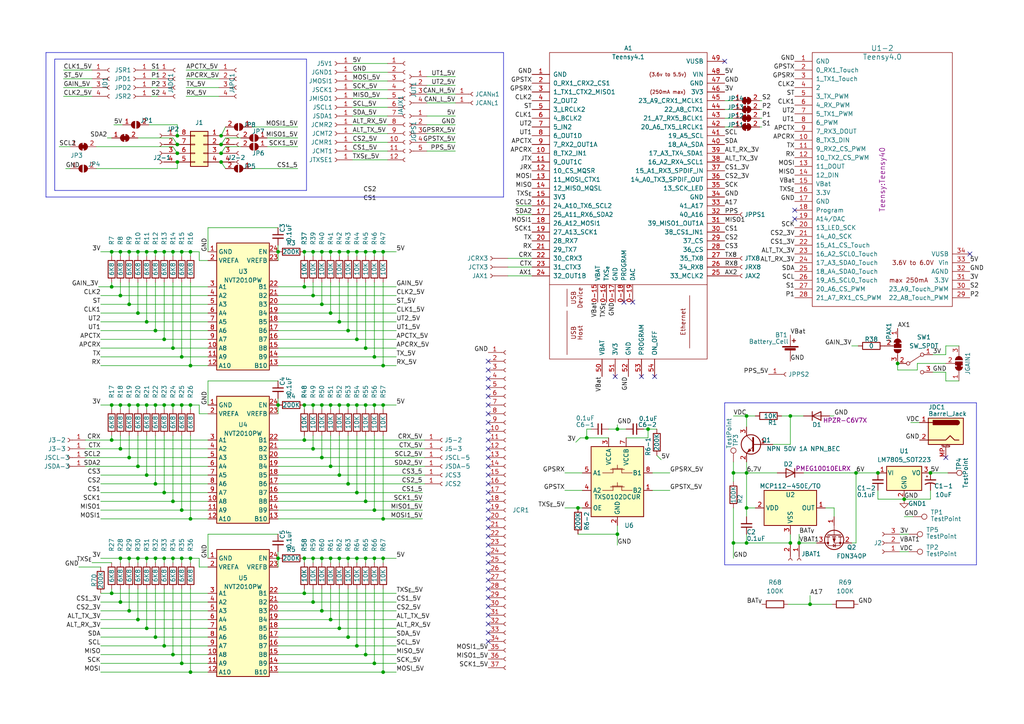
<source format=kicad_sch>
(kicad_sch (version 20230121) (generator eeschema)
  (paper "A4")
  (junction (at 108.585 117.475))
  (junction (at 55.245 106.045))
  (junction (at 42.545 73.025))
  (junction (at 45.085 161.925))
  (junction (at 52.705 192.405))
  (junction (at 95.885 161.925))
  (junction (at 45.085 117.475))
  (junction (at 50.165 100.965))
  (junction (at 34.925 85.725))
  (junction (at 55.245 194.945))
  (junction (at 88.265 161.925))
  (junction (at 98.425 73.025))
  (junction (at 106.045 161.925))
  (junction (at 111.125 106.045))
  (junction (at 50.165 161.925))
  (junction (at 50.165 117.475))
  (junction (at 98.425 161.925))
  (junction (at 88.265 127.635))
  (junction (at 47.625 73.025))
  (junction (at 90.805 73.025))
  (junction (at 90.805 174.625))
  (junction (at 167.64 147.32))
  (junction (at 37.465 177.165))
  (junction (at 111.125 150.495))
  (junction (at 32.385 73.025))
  (junction (at 34.925 161.925))
  (junction (at 106.045 117.475))
  (junction (at 52.705 73.025))
  (junction (at 216.535 157.48))
  (junction (at 88.265 117.475))
  (junction (at 100.965 117.475))
  (junction (at 88.265 172.085))
  (junction (at 106.045 189.865))
  (junction (at 103.505 187.325))
  (junction (at 111.125 194.945))
  (junction (at 64.135 44.45))
  (junction (at 103.505 161.925))
  (junction (at 231.775 157.48))
  (junction (at 52.705 117.475))
  (junction (at 98.425 182.245))
  (junction (at 50.165 189.865))
  (junction (at 90.805 161.925))
  (junction (at 80.645 117.475))
  (junction (at 34.925 73.025))
  (junction (at 40.005 179.705))
  (junction (at 32.385 83.185))
  (junction (at 229.235 157.48))
  (junction (at 47.625 161.925))
  (junction (at 100.965 140.335))
  (junction (at 90.805 130.175))
  (junction (at 179.07 124.46))
  (junction (at 103.505 117.475))
  (junction (at 42.545 117.475))
  (junction (at 64.135 41.91))
  (junction (at 45.085 184.785))
  (junction (at 212.725 157.48))
  (junction (at 95.885 117.475))
  (junction (at 47.625 98.425))
  (junction (at 52.705 103.505))
  (junction (at 100.965 161.925))
  (junction (at 51.435 44.45))
  (junction (at 187.96 124.46))
  (junction (at 170.18 127))
  (junction (at 95.885 90.805))
  (junction (at 98.425 117.475))
  (junction (at 37.465 88.265))
  (junction (at 229.235 120.65))
  (junction (at 52.705 147.955))
  (junction (at 95.885 73.025))
  (junction (at 179.07 154.94))
  (junction (at 98.425 137.795))
  (junction (at 108.585 161.925))
  (junction (at 32.385 117.475))
  (junction (at 47.625 117.475))
  (junction (at 47.625 142.875))
  (junction (at 98.425 93.345))
  (junction (at 37.465 73.025))
  (junction (at 254.635 137.16))
  (junction (at 42.545 161.925))
  (junction (at 32.385 172.085))
  (junction (at 32.385 127.635))
  (junction (at 260.35 105.41))
  (junction (at 111.125 161.925))
  (junction (at 40.005 73.025))
  (junction (at 100.965 73.025))
  (junction (at 80.645 73.025))
  (junction (at 248.285 137.16))
  (junction (at 103.505 73.025))
  (junction (at 212.725 137.16))
  (junction (at 111.125 73.025))
  (junction (at 93.345 73.025))
  (junction (at 90.805 85.725))
  (junction (at 40.005 161.925))
  (junction (at 45.085 95.885))
  (junction (at 93.345 177.165))
  (junction (at 106.045 145.415))
  (junction (at 106.045 73.025))
  (junction (at 90.805 117.475))
  (junction (at 50.165 73.025))
  (junction (at 262.255 144.78))
  (junction (at 40.005 90.805))
  (junction (at 52.705 161.925))
  (junction (at 64.135 39.37))
  (junction (at 37.465 117.475))
  (junction (at 95.885 135.255))
  (junction (at 108.585 73.025))
  (junction (at 51.435 46.99))
  (junction (at 37.465 161.925))
  (junction (at 50.165 145.415))
  (junction (at 103.505 142.875))
  (junction (at 93.345 88.265))
  (junction (at 55.245 73.025))
  (junction (at 100.965 184.785))
  (junction (at 93.345 132.715))
  (junction (at 45.085 73.025))
  (junction (at 88.265 73.025))
  (junction (at 111.125 117.475))
  (junction (at 88.265 83.185))
  (junction (at 40.005 117.475))
  (junction (at 64.135 46.99))
  (junction (at 51.435 41.91))
  (junction (at 216.535 120.65))
  (junction (at 55.245 150.495))
  (junction (at 34.925 174.625))
  (junction (at 51.435 39.37))
  (junction (at 103.505 98.425))
  (junction (at 45.085 140.335))
  (junction (at 40.005 135.255))
  (junction (at 216.535 147.32))
  (junction (at 100.965 95.885))
  (junction (at 47.625 187.325))
  (junction (at 34.925 117.475))
  (junction (at 55.245 161.925))
  (junction (at 108.585 192.405))
  (junction (at 234.95 175.26))
  (junction (at 42.545 137.795))
  (junction (at 42.545 93.345))
  (junction (at 34.925 130.175))
  (junction (at 108.585 103.505))
  (junction (at 93.345 161.925))
  (junction (at 216.535 137.16))
  (junction (at 269.875 137.16))
  (junction (at 108.585 147.955))
  (junction (at 42.545 182.245))
  (junction (at 106.045 100.965))
  (junction (at 93.345 117.475))
  (junction (at 95.885 179.705))
  (junction (at 37.465 132.715))
  (junction (at 55.245 117.475))
  (junction (at 80.645 161.925))
  (no_connect (at 230.505 63.5))
  (no_connect (at 141.605 127.635))
  (no_connect (at 141.605 112.395))
  (no_connect (at 141.605 104.775))
  (no_connect (at 141.605 107.315))
  (no_connect (at 141.605 109.855))
  (no_connect (at 141.605 137.795))
  (no_connect (at 141.605 130.175))
  (no_connect (at 230.505 60.96))
  (no_connect (at 141.605 114.935))
  (no_connect (at 281.305 73.66))
  (no_connect (at 141.605 158.115))
  (no_connect (at 141.605 165.735))
  (no_connect (at 141.605 145.415))
  (no_connect (at 274.32 132.715))
  (no_connect (at 141.605 122.555))
  (no_connect (at 141.605 135.255))
  (no_connect (at 210.185 17.78))
  (no_connect (at 141.605 183.515))
  (no_connect (at 189.865 109.22))
  (no_connect (at 141.605 150.495))
  (no_connect (at 141.605 142.875))
  (no_connect (at 141.605 120.015))
  (no_connect (at 141.605 175.895))
  (no_connect (at 141.605 153.035))
  (no_connect (at 141.605 125.095))
  (no_connect (at 141.605 186.055))
  (no_connect (at 141.605 178.435))
  (no_connect (at 141.605 163.195))
  (no_connect (at 141.605 117.475))
  (no_connect (at 141.605 170.815))
  (no_connect (at 141.605 140.335))
  (no_connect (at 141.605 180.975))
  (no_connect (at 178.435 109.22))
  (no_connect (at 141.605 160.655))
  (no_connect (at 141.605 168.275))
  (no_connect (at 141.605 155.575))
  (no_connect (at 183.515 87.63))
  (no_connect (at 180.975 87.63))
  (no_connect (at 141.605 147.955))
  (no_connect (at 141.605 132.715))
  (no_connect (at 141.605 173.355))
  (no_connect (at 186.055 109.22))
  (wire (pts (xy 88.265 73.025) (xy 88.265 74.295)))
  (wire (pts (xy 37.465 117.475) (xy 40.005 117.475)))
  (wire (pts (xy 29.21 187.325) (xy 47.625 187.325)))
  (wire (pts (xy 88.265 83.185) (xy 114.935 83.185)))
  (wire (pts (xy 103.505 117.475) (xy 103.505 118.745)))
  (wire (pts (xy 24.765 127.635) (xy 32.385 127.635)))
  (wire (pts (xy 29.21 194.945) (xy 55.245 194.945)))
  (wire (pts (xy 80.645 100.965) (xy 106.045 100.965)))
  (wire (pts (xy 52.705 147.955) (xy 60.325 147.955)))
  (wire (pts (xy 65.405 40.005) (xy 64.135 41.91)))
  (wire (pts (xy 90.805 130.175) (xy 123.19 130.175)))
  (wire (pts (xy 45.085 117.475) (xy 45.085 118.745)))
  (wire (pts (xy 88.265 117.475) (xy 90.805 117.475)))
  (wire (pts (xy 55.245 161.925) (xy 55.245 163.195)))
  (wire (pts (xy 34.925 161.925) (xy 37.465 161.925)))
  (wire (pts (xy 194.31 137.16) (xy 189.23 137.16)))
  (wire (pts (xy 163.83 147.32) (xy 167.64 147.32)))
  (wire (pts (xy 132.08 24.765) (xy 123.825 24.765)))
  (wire (pts (xy 147.32 77.47) (xy 154.305 77.47)))
  (wire (pts (xy 52.705 73.025) (xy 52.705 74.295)))
  (wire (pts (xy 100.965 184.785) (xy 80.645 184.785)))
  (wire (pts (xy 100.965 73.025) (xy 100.965 74.295)))
  (wire (pts (xy 216.535 137.16) (xy 225.425 137.16)))
  (wire (pts (xy 55.245 150.495) (xy 60.325 150.495)))
  (wire (pts (xy 108.585 170.815) (xy 108.585 192.405)))
  (wire (pts (xy 220.98 31.75) (xy 220.345 31.75)))
  (wire (pts (xy 114.935 184.785) (xy 100.965 184.785)))
  (wire (pts (xy 80.645 147.955) (xy 108.585 147.955)))
  (wire (pts (xy 111.125 194.945) (xy 80.645 194.945)))
  (wire (pts (xy 220.98 34.29) (xy 220.345 34.29)))
  (wire (pts (xy 114.935 187.325) (xy 103.505 187.325)))
  (wire (pts (xy 47.625 98.425) (xy 60.325 98.425)))
  (wire (pts (xy 80.645 90.805) (xy 95.885 90.805)))
  (wire (pts (xy 90.805 73.025) (xy 90.805 74.295)))
  (wire (pts (xy 163.83 142.24) (xy 168.91 142.24)))
  (wire (pts (xy 114.935 179.705) (xy 95.885 179.705)))
  (wire (pts (xy 29.21 189.865) (xy 50.165 189.865)))
  (wire (pts (xy 114.935 192.405) (xy 108.585 192.405)))
  (wire (pts (xy 80.645 106.045) (xy 111.125 106.045)))
  (wire (pts (xy 55.245 126.365) (xy 55.245 150.495)))
  (wire (pts (xy 98.425 73.025) (xy 95.885 73.025)))
  (wire (pts (xy 45.085 117.475) (xy 47.625 117.475)))
  (wire (pts (xy 40.005 73.025) (xy 42.545 73.025)))
  (polyline (pts (xy 210.185 116.84) (xy 210.185 163.83)))
  (wire (pts (xy 100.965 140.335) (xy 123.19 140.335)))
  (wire (pts (xy 229.235 120.65) (xy 233.045 120.65)))
  (wire (pts (xy 47.625 73.025) (xy 50.165 73.025)))
  (wire (pts (xy 100.965 117.475) (xy 103.505 117.475)))
  (wire (pts (xy 40.005 90.805) (xy 60.325 90.805)))
  (wire (pts (xy 93.345 73.025) (xy 90.805 73.025)))
  (wire (pts (xy 212.725 157.48) (xy 216.535 157.48)))
  (wire (pts (xy 45.085 81.915) (xy 45.085 95.885)))
  (wire (pts (xy 274.32 110.49) (xy 278.13 110.49)))
  (wire (pts (xy 29.21 164.465) (xy 22.86 164.465)))
  (wire (pts (xy 106.045 126.365) (xy 106.045 145.415)))
  (wire (pts (xy 234.95 172.72) (xy 234.95 175.26)))
  (wire (pts (xy 114.935 95.885) (xy 100.965 95.885)))
  (wire (pts (xy 102.235 26.035) (xy 112.395 26.035)))
  (wire (pts (xy 86.36 48.895) (xy 73.025 48.895)))
  (wire (pts (xy 102.235 18.415) (xy 112.395 18.415)))
  (wire (pts (xy 226.695 120.65) (xy 229.235 120.65)))
  (wire (pts (xy 111.125 117.475) (xy 111.125 118.745)))
  (wire (pts (xy 216.535 147.32) (xy 219.075 147.32)))
  (wire (pts (xy 32.385 172.085) (xy 60.325 172.085)))
  (wire (pts (xy 220.98 29.21) (xy 220.345 29.21)))
  (wire (pts (xy 50.165 42.545) (xy 51.435 44.45)))
  (wire (pts (xy 212.725 120.65) (xy 216.535 120.65)))
  (wire (pts (xy 45.085 73.025) (xy 47.625 73.025)))
  (wire (pts (xy 132.08 41.275) (xy 123.825 41.275)))
  (wire (pts (xy 108.585 73.025) (xy 108.585 74.295)))
  (wire (pts (xy 40.005 81.915) (xy 40.005 90.805)))
  (wire (pts (xy 29.21 174.625) (xy 34.925 174.625)))
  (wire (pts (xy 37.465 88.265) (xy 60.325 88.265)))
  (wire (pts (xy 52.705 161.925) (xy 52.705 163.195)))
  (wire (pts (xy 241.935 147.32) (xy 241.935 149.86)))
  (wire (pts (xy 73.025 36.83) (xy 86.36 36.83)))
  (wire (pts (xy 270.51 102.87) (xy 274.32 102.87)))
  (polyline (pts (xy 13.335 15.24) (xy 13.335 57.15)))
  (wire (pts (xy 167.64 147.32) (xy 168.91 147.32)))
  (wire (pts (xy 88.265 170.815) (xy 88.265 172.085)))
  (wire (pts (xy 37.465 161.925) (xy 40.005 161.925)))
  (wire (pts (xy 93.345 170.815) (xy 93.345 177.165)))
  (wire (pts (xy 80.645 140.335) (xy 100.965 140.335)))
  (wire (pts (xy 102.235 38.735) (xy 112.395 38.735)))
  (wire (pts (xy 55.245 106.045) (xy 60.325 106.045)))
  (wire (pts (xy 114.935 85.725) (xy 90.805 85.725)))
  (wire (pts (xy 88.265 127.635) (xy 123.19 127.635)))
  (wire (pts (xy 100.965 170.815) (xy 100.965 184.785)))
  (wire (pts (xy 216.535 137.16) (xy 216.535 147.32)))
  (wire (pts (xy 33.02 36.195) (xy 35.56 36.195)))
  (wire (pts (xy 47.625 142.875) (xy 60.325 142.875)))
  (wire (pts (xy 111.125 73.025) (xy 114.935 73.025)))
  (wire (pts (xy 52.705 117.475) (xy 55.245 117.475)))
  (wire (pts (xy 45.085 184.785) (xy 60.325 184.785)))
  (wire (pts (xy 18.415 25.4) (xy 26.67 25.4)))
  (wire (pts (xy 80.645 137.795) (xy 98.425 137.795)))
  (wire (pts (xy 229.235 128.905) (xy 224.155 128.905)))
  (wire (pts (xy 50.165 161.925) (xy 52.705 161.925)))
  (wire (pts (xy 55.245 170.815) (xy 55.245 194.945)))
  (wire (pts (xy 50.165 126.365) (xy 50.165 145.415)))
  (wire (pts (xy 37.465 73.025) (xy 37.465 74.295)))
  (polyline (pts (xy 146.05 57.15) (xy 146.05 15.24)))
  (wire (pts (xy 80.645 95.885) (xy 100.965 95.885)))
  (wire (pts (xy 32.385 127.635) (xy 60.325 127.635)))
  (wire (pts (xy 45.085 161.925) (xy 45.085 163.195)))
  (wire (pts (xy 45.085 95.885) (xy 60.325 95.885)))
  (wire (pts (xy 98.425 117.475) (xy 100.965 117.475)))
  (wire (pts (xy 53.975 20.32) (xy 63.5 20.32)))
  (wire (pts (xy 216.535 154.94) (xy 216.535 157.48)))
  (wire (pts (xy 212.725 147.32) (xy 212.725 157.48)))
  (wire (pts (xy 108.585 81.915) (xy 108.585 103.505)))
  (wire (pts (xy 266.065 105.41) (xy 266.065 107.315)))
  (wire (pts (xy 80.645 132.715) (xy 93.345 132.715)))
  (wire (pts (xy 274.32 100.33) (xy 278.13 100.33)))
  (wire (pts (xy 45.085 140.335) (xy 60.325 140.335)))
  (wire (pts (xy 106.045 170.815) (xy 106.045 189.865)))
  (wire (pts (xy 65.405 40.005) (xy 69.85 40.005)))
  (wire (pts (xy 103.505 142.875) (xy 122.555 142.875)))
  (wire (pts (xy 216.535 120.65) (xy 219.075 120.65)))
  (wire (pts (xy 80.645 154.94) (xy 60.325 154.94)))
  (wire (pts (xy 262.255 149.86) (xy 264.795 149.86)))
  (wire (pts (xy 260.35 107.315) (xy 260.35 105.41)))
  (wire (pts (xy 37.465 126.365) (xy 37.465 132.715)))
  (wire (pts (xy 98.425 182.245) (xy 80.645 182.245)))
  (wire (pts (xy 29.21 88.265) (xy 37.465 88.265)))
  (wire (pts (xy 90.805 161.925) (xy 90.805 163.195)))
  (wire (pts (xy 108.585 161.925) (xy 108.585 163.195)))
  (polyline (pts (xy 88.9 55.245) (xy 88.9 17.145)))
  (wire (pts (xy 114.935 100.965) (xy 106.045 100.965)))
  (wire (pts (xy 43.815 20.32) (xy 45.72 20.32)))
  (wire (pts (xy 106.045 161.925) (xy 106.045 163.195)))
  (wire (pts (xy 80.645 85.725) (xy 90.805 85.725)))
  (wire (pts (xy 29.21 117.475) (xy 32.385 117.475)))
  (wire (pts (xy 80.645 145.415) (xy 106.045 145.415)))
  (wire (pts (xy 34.925 85.725) (xy 60.325 85.725)))
  (wire (pts (xy 191.77 133.35) (xy 190.5 132.08)))
  (wire (pts (xy 43.18 36.195) (xy 51.435 36.195)))
  (wire (pts (xy 42.545 81.915) (xy 42.545 93.345)))
  (wire (pts (xy 88.265 161.925) (xy 88.265 163.195)))
  (wire (pts (xy 114.935 106.045) (xy 111.125 106.045)))
  (wire (pts (xy 103.505 161.925) (xy 106.045 161.925)))
  (wire (pts (xy 269.875 137.16) (xy 274.955 137.16)))
  (wire (pts (xy 80.645 103.505) (xy 108.585 103.505)))
  (wire (pts (xy 114.935 93.345) (xy 98.425 93.345)))
  (wire (pts (xy 29.21 150.495) (xy 55.245 150.495)))
  (wire (pts (xy 55.245 81.915) (xy 55.245 106.045)))
  (wire (pts (xy 93.345 126.365) (xy 93.345 132.715)))
  (wire (pts (xy 29.21 184.785) (xy 45.085 184.785)))
  (wire (pts (xy 114.935 174.625) (xy 90.805 174.625)))
  (wire (pts (xy 179.07 152.4) (xy 179.07 154.94)))
  (wire (pts (xy 40.005 117.475) (xy 40.005 118.745)))
  (wire (pts (xy 103.505 117.475) (xy 106.045 117.475)))
  (wire (pts (xy 114.935 88.265) (xy 93.345 88.265)))
  (wire (pts (xy 34.925 130.175) (xy 60.325 130.175)))
  (wire (pts (xy 32.385 83.185) (xy 60.325 83.185)))
  (wire (pts (xy 55.245 73.025) (xy 55.245 74.295)))
  (wire (pts (xy 50.165 73.025) (xy 52.705 73.025)))
  (wire (pts (xy 32.385 74.295) (xy 32.385 73.025)))
  (wire (pts (xy 111.125 126.365) (xy 111.125 150.495)))
  (wire (pts (xy 42.545 73.025) (xy 45.085 73.025)))
  (wire (pts (xy 40.005 179.705) (xy 60.325 179.705)))
  (wire (pts (xy 212.725 157.48) (xy 212.725 161.925)))
  (wire (pts (xy 248.285 137.16) (xy 248.285 157.48)))
  (wire (pts (xy 90.805 73.025) (xy 88.265 73.025)))
  (wire (pts (xy 29.21 95.885) (xy 45.085 95.885)))
  (wire (pts (xy 179.07 123.19) (xy 179.07 124.46)))
  (wire (pts (xy 108.585 192.405) (xy 80.645 192.405)))
  (wire (pts (xy 95.885 170.815) (xy 95.885 179.705)))
  (wire (pts (xy 37.465 81.915) (xy 37.465 88.265)))
  (wire (pts (xy 34.925 170.815) (xy 34.925 174.625)))
  (wire (pts (xy 212.725 36.83) (xy 210.185 36.83)))
  (wire (pts (xy 132.08 36.195) (xy 123.825 36.195)))
  (wire (pts (xy 57.785 117.475) (xy 57.785 120.015)))
  (wire (pts (xy 55.245 73.025) (xy 57.785 73.025)))
  (wire (pts (xy 40.005 161.925) (xy 40.005 163.195)))
  (wire (pts (xy 269.875 142.24) (xy 269.875 144.78)))
  (wire (pts (xy 50.165 40.005) (xy 51.435 41.91)))
  (wire (pts (xy 24.765 130.175) (xy 34.925 130.175)))
  (wire (pts (xy 29.21 93.345) (xy 42.545 93.345)))
  (wire (pts (xy 216.535 133.985) (xy 216.535 137.16)))
  (wire (pts (xy 77.47 42.545) (xy 86.36 42.545)))
  (wire (pts (xy 168.275 127) (xy 167.005 128.27)))
  (wire (pts (xy 254.635 144.78) (xy 262.255 144.78)))
  (wire (pts (xy 42.545 117.475) (xy 42.545 118.745)))
  (wire (pts (xy 57.785 120.015) (xy 60.325 120.015)))
  (wire (pts (xy 93.345 73.025) (xy 93.345 74.295)))
  (wire (pts (xy 106.045 73.025) (xy 103.505 73.025)))
  (wire (pts (xy 47.625 187.325) (xy 60.325 187.325)))
  (wire (pts (xy 98.425 161.925) (xy 98.425 163.195)))
  (wire (pts (xy 29.21 90.805) (xy 40.005 90.805)))
  (wire (pts (xy 42.545 93.345) (xy 60.325 93.345)))
  (wire (pts (xy 103.505 73.025) (xy 103.505 74.295)))
  (wire (pts (xy 29.21 137.795) (xy 42.545 137.795)))
  (wire (pts (xy 80.645 71.12) (xy 80.645 73.025)))
  (wire (pts (xy 29.21 145.415) (xy 50.165 145.415)))
  (wire (pts (xy 181.61 127) (xy 187.96 127)))
  (wire (pts (xy 229.235 120.65) (xy 229.235 128.905)))
  (wire (pts (xy 52.705 161.925) (xy 55.245 161.925)))
  (wire (pts (xy 231.775 157.48) (xy 236.855 157.48)))
  (wire (pts (xy 51.435 36.195) (xy 51.435 39.37)))
  (wire (pts (xy 50.165 81.915) (xy 50.165 100.965)))
  (wire (pts (xy 108.585 161.925) (xy 111.125 161.925)))
  (wire (pts (xy 98.425 126.365) (xy 98.425 137.795)))
  (wire (pts (xy 42.545 182.245) (xy 60.325 182.245)))
  (wire (pts (xy 263.525 160.02) (xy 260.985 160.02)))
  (wire (pts (xy 95.885 117.475) (xy 98.425 117.475)))
  (wire (pts (xy 53.975 25.4) (xy 63.5 25.4)))
  (wire (pts (xy 20.32 42.545) (xy 17.145 42.545)))
  (wire (pts (xy 274.32 105.41) (xy 266.065 105.41)))
  (wire (pts (xy 90.805 117.475) (xy 93.345 117.475)))
  (wire (pts (xy 247.015 100.33) (xy 248.92 100.33)))
  (wire (pts (xy 111.125 117.475) (xy 114.935 117.475)))
  (wire (pts (xy 29.21 179.705) (xy 40.005 179.705)))
  (wire (pts (xy 100.965 161.925) (xy 100.965 163.195)))
  (wire (pts (xy 80.645 172.085) (xy 88.265 172.085)))
  (wire (pts (xy 106.045 117.475) (xy 106.045 118.745)))
  (wire (pts (xy 102.235 31.115) (xy 112.395 31.115)))
  (wire (pts (xy 50.165 189.865) (xy 60.325 189.865)))
  (wire (pts (xy 29.21 103.505) (xy 52.705 103.505)))
  (wire (pts (xy 111.125 73.025) (xy 111.125 74.295)))
  (wire (pts (xy 100.965 81.915) (xy 100.965 95.885)))
  (wire (pts (xy 52.705 170.815) (xy 52.705 192.405)))
  (wire (pts (xy 170.18 124.46) (xy 170.18 127)))
  (wire (pts (xy 108.585 117.475) (xy 111.125 117.475)))
  (wire (pts (xy 80.645 115.57) (xy 80.645 117.475)))
  (wire (pts (xy 42.545 161.925) (xy 42.545 163.195)))
  (wire (pts (xy 228.6 175.26) (xy 234.95 175.26)))
  (wire (pts (xy 32.385 73.025) (xy 34.925 73.025)))
  (wire (pts (xy 95.885 135.255) (xy 123.19 135.255)))
  (wire (pts (xy 40.005 161.925) (xy 42.545 161.925)))
  (wire (pts (xy 60.325 66.04) (xy 60.325 73.025)))
  (wire (pts (xy 50.165 161.925) (xy 50.165 163.195)))
  (wire (pts (xy 149.86 59.69) (xy 154.305 59.69)))
  (wire (pts (xy 80.645 142.875) (xy 103.505 142.875)))
  (wire (pts (xy 57.785 164.465) (xy 57.785 161.925)))
  (wire (pts (xy 26.67 163.195) (xy 32.385 163.195)))
  (wire (pts (xy 103.505 187.325) (xy 80.645 187.325)))
  (wire (pts (xy 103.505 161.925) (xy 103.505 163.195)))
  (wire (pts (xy 90.805 161.925) (xy 93.345 161.925)))
  (wire (pts (xy 108.585 117.475) (xy 108.585 118.745)))
  (wire (pts (xy 29.21 73.025) (xy 32.385 73.025)))
  (wire (pts (xy 27.94 48.895) (xy 51.435 48.895)))
  (wire (pts (xy 53.975 22.86) (xy 63.5 22.86)))
  (wire (pts (xy 50.165 117.475) (xy 52.705 117.475)))
  (wire (pts (xy 216.535 157.48) (xy 229.235 157.48)))
  (wire (pts (xy 149.86 62.23) (xy 154.305 62.23)))
  (wire (pts (xy 111.125 163.195) (xy 111.125 161.925)))
  (wire (pts (xy 98.425 137.795) (xy 123.19 137.795)))
  (wire (pts (xy 27.94 42.545) (xy 50.165 42.545)))
  (wire (pts (xy 34.925 161.925) (xy 34.925 163.195)))
  (wire (pts (xy 50.165 40.005) (xy 40.005 40.005)))
  (wire (pts (xy 29.21 140.335) (xy 45.085 140.335)))
  (wire (pts (xy 37.465 117.475) (xy 37.465 118.745)))
  (wire (pts (xy 212.725 133.985) (xy 212.725 137.16)))
  (wire (pts (xy 64.135 46.99) (xy 65.405 48.895)))
  (wire (pts (xy 34.925 73.025) (xy 37.465 73.025)))
  (wire (pts (xy 43.815 22.86) (xy 45.72 22.86)))
  (wire (pts (xy 93.345 117.475) (xy 93.345 118.745)))
  (wire (pts (xy 212.725 137.16) (xy 216.535 137.16)))
  (wire (pts (xy 42.545 137.795) (xy 60.325 137.795)))
  (wire (pts (xy 93.345 132.715) (xy 123.19 132.715)))
  (wire (pts (xy 60.325 164.465) (xy 57.785 164.465)))
  (wire (pts (xy 102.235 23.495) (xy 112.395 23.495)))
  (wire (pts (xy 80.645 83.185) (xy 88.265 83.185)))
  (wire (pts (xy 95.885 126.365) (xy 95.885 135.255)))
  (wire (pts (xy 40.005 126.365) (xy 40.005 135.255)))
  (wire (pts (xy 29.21 100.965) (xy 50.165 100.965)))
  (wire (pts (xy 269.875 144.78) (xy 262.255 144.78)))
  (wire (pts (xy 216.535 147.32) (xy 216.535 149.86)))
  (wire (pts (xy 55.245 161.925) (xy 57.785 161.925)))
  (wire (pts (xy 45.085 170.815) (xy 45.085 184.785)))
  (wire (pts (xy 50.165 117.475) (xy 50.165 118.745)))
  (polyline (pts (xy 88.9 17.145) (xy 15.875 17.145)))
  (wire (pts (xy 51.435 46.99) (xy 51.435 48.895)))
  (wire (pts (xy 32.385 118.745) (xy 32.385 117.475)))
  (wire (pts (xy 18.415 27.94) (xy 26.67 27.94)))
  (wire (pts (xy 65.405 42.545) (xy 64.135 44.45)))
  (wire (pts (xy 34.925 117.475) (xy 37.465 117.475)))
  (wire (pts (xy 88.265 117.475) (xy 88.265 118.745)))
  (wire (pts (xy 102.235 46.355) (xy 112.395 46.355)))
  (wire (pts (xy 52.705 81.915) (xy 52.705 103.505)))
  (wire (pts (xy 114.935 194.945) (xy 111.125 194.945)))
  (wire (pts (xy 274.32 107.95) (xy 274.32 110.49)))
  (wire (pts (xy 132.08 27.305) (xy 123.825 27.305)))
  (wire (pts (xy 80.645 93.345) (xy 98.425 93.345)))
  (wire (pts (xy 80.645 73.025) (xy 80.645 75.565)))
  (wire (pts (xy 24.765 132.715) (xy 37.465 132.715)))
  (wire (pts (xy 212.725 31.75) (xy 210.185 31.75)))
  (wire (pts (xy 100.965 73.025) (xy 98.425 73.025)))
  (wire (pts (xy 50.165 145.415) (xy 60.325 145.415)))
  (wire (pts (xy 102.235 33.655) (xy 112.395 33.655)))
  (wire (pts (xy 260.985 154.94) (xy 263.525 154.94)))
  (wire (pts (xy 57.785 73.025) (xy 57.785 75.565)))
  (wire (pts (xy 40.005 117.475) (xy 42.545 117.475)))
  (wire (pts (xy 19.05 48.895) (xy 20.32 48.895)))
  (wire (pts (xy 187.96 124.46) (xy 190.5 124.46)))
  (wire (pts (xy 95.885 117.475) (xy 95.885 118.745)))
  (wire (pts (xy 57.785 117.475) (xy 55.245 117.475)))
  (wire (pts (xy 93.345 177.165) (xy 80.645 177.165)))
  (wire (pts (xy 80.645 98.425) (xy 103.505 98.425)))
  (wire (pts (xy 98.425 170.815) (xy 98.425 182.245)))
  (wire (pts (xy 32.385 40.005) (xy 31.115 40.005)))
  (wire (pts (xy 239.395 147.32) (xy 241.935 147.32)))
  (wire (pts (xy 93.345 81.915) (xy 93.345 88.265)))
  (wire (pts (xy 32.385 117.475) (xy 34.925 117.475)))
  (wire (pts (xy 29.21 177.165) (xy 37.465 177.165)))
  (wire (pts (xy 98.425 117.475) (xy 98.425 118.745)))
  (wire (pts (xy 132.08 22.225) (xy 123.825 22.225)))
  (wire (pts (xy 254.635 142.24) (xy 254.635 144.78)))
  (wire (pts (xy 80.645 161.925) (xy 80.645 164.465)))
  (wire (pts (xy 69.85 42.545) (xy 65.405 42.545)))
  (wire (pts (xy 18.415 22.86) (xy 26.67 22.86)))
  (wire (pts (xy 132.08 38.735) (xy 123.825 38.735)))
  (wire (pts (xy 40.005 135.255) (xy 60.325 135.255)))
  (wire (pts (xy 90.805 170.815) (xy 90.805 174.625)))
  (wire (pts (xy 114.935 98.425) (xy 103.505 98.425)))
  (wire (pts (xy 108.585 73.025) (xy 106.045 73.025)))
  (wire (pts (xy 103.505 126.365) (xy 103.505 142.875)))
  (wire (pts (xy 29.21 98.425) (xy 47.625 98.425)))
  (wire (pts (xy 132.08 33.655) (xy 123.825 33.655)))
  (wire (pts (xy 47.625 170.815) (xy 47.625 187.325)))
  (wire (pts (xy 212.725 29.21) (xy 210.185 29.21)))
  (wire (pts (xy 29.21 172.085) (xy 32.385 172.085)))
  (wire (pts (xy 45.085 126.365) (xy 45.085 140.335)))
  (wire (pts (xy 88.265 161.925) (xy 90.805 161.925)))
  (wire (pts (xy 114.935 90.805) (xy 95.885 90.805)))
  (wire (pts (xy 34.925 117.475) (xy 34.925 118.745)))
  (wire (pts (xy 45.085 73.025) (xy 45.085 74.295)))
  (wire (pts (xy 171.45 124.46) (xy 170.18 124.46)))
  (wire (pts (xy 240.665 120.65) (xy 241.935 120.65)))
  (wire (pts (xy 179.07 124.46) (xy 181.61 124.46)))
  (wire (pts (xy 42.545 73.025) (xy 42.545 74.295)))
  (wire (pts (xy 95.885 73.025) (xy 95.885 74.295)))
  (wire (pts (xy 108.585 126.365) (xy 108.585 147.955)))
  (polyline (pts (xy 15.875 17.145) (xy 15.875 55.245)))
  (wire (pts (xy 270.51 107.95) (xy 274.32 107.95)))
  (wire (pts (xy 216.535 120.65) (xy 216.535 123.825)))
  (wire (pts (xy 32.385 126.365) (xy 32.385 127.635)))
  (wire (pts (xy 90.805 81.915) (xy 90.805 85.725)))
  (polyline (pts (xy 13.335 57.15) (xy 146.05 57.15)))
  (wire (pts (xy 106.045 81.915) (xy 106.045 100.965)))
  (wire (pts (xy 100.965 126.365) (xy 100.965 140.335)))
  (wire (pts (xy 194.31 142.24) (xy 189.23 142.24)))
  (wire (pts (xy 106.045 189.865) (xy 80.645 189.865)))
  (wire (pts (xy 187.96 124.46) (xy 187.96 127)))
  (wire (pts (xy 50.165 73.025) (xy 50.165 74.295)))
  (wire (pts (xy 147.32 80.01) (xy 154.305 80.01)))
  (wire (pts (xy 114.935 103.505) (xy 108.585 103.505)))
  (wire (pts (xy 37.465 132.715) (xy 60.325 132.715)))
  (wire (pts (xy 229.235 154.94) (xy 229.235 157.48)))
  (wire (pts (xy 111.125 81.915) (xy 111.125 106.045)))
  (wire (pts (xy 102.235 28.575) (xy 112.395 28.575)))
  (wire (pts (xy 98.425 73.025) (xy 98.425 74.295)))
  (wire (pts (xy 95.885 161.925) (xy 98.425 161.925)))
  (wire (pts (xy 90.805 174.625) (xy 80.645 174.625)))
  (wire (pts (xy 42.545 117.475) (xy 45.085 117.475)))
  (wire (pts (xy 80.645 160.02) (xy 80.645 161.925)))
  (wire (pts (xy 47.625 126.365) (xy 47.625 142.875)))
  (wire (pts (xy 108.585 147.955) (xy 122.555 147.955)))
  (wire (pts (xy 106.045 73.025) (xy 106.045 74.295)))
  (wire (pts (xy 114.935 182.245) (xy 98.425 182.245)))
  (wire (pts (xy 233.045 137.16) (xy 248.285 137.16)))
  (wire (pts (xy 212.725 34.29) (xy 210.185 34.29)))
  (polyline (pts (xy 283.21 116.84) (xy 283.21 163.83)))
  (wire (pts (xy 98.425 81.915) (xy 98.425 93.345)))
  (wire (pts (xy 52.705 117.475) (xy 52.705 118.745)))
  (wire (pts (xy 37.465 73.025) (xy 40.005 73.025)))
  (wire (pts (xy 102.235 36.195) (xy 112.395 36.195)))
  (wire (pts (xy 80.645 150.495) (xy 111.125 150.495)))
  (wire (pts (xy 100.965 161.925) (xy 103.505 161.925)))
  (wire (pts (xy 42.545 126.365) (xy 42.545 137.795)))
  (wire (pts (xy 34.925 174.625) (xy 60.325 174.625)))
  (wire (pts (xy 42.545 170.815) (xy 42.545 182.245)))
  (wire (pts (xy 47.625 73.025) (xy 47.625 74.295)))
  (wire (pts (xy 29.21 161.925) (xy 34.925 161.925)))
  (wire (pts (xy 29.21 192.405) (xy 52.705 192.405)))
  (wire (pts (xy 88.265 81.915) (xy 88.265 83.185)))
  (wire (pts (xy 220.98 36.83) (xy 220.345 36.83)))
  (wire (pts (xy 88.265 172.085) (xy 114.935 172.085)))
  (wire (pts (xy 234.95 175.26) (xy 241.3 175.26)))
  (polyline (pts (xy 210.185 116.84) (xy 283.21 116.84)))
  (wire (pts (xy 43.815 25.4) (xy 45.72 25.4)))
  (wire (pts (xy 103.505 73.025) (xy 100.965 73.025)))
  (wire (pts (xy 47.625 161.925) (xy 50.165 161.925)))
  (wire (pts (xy 37.465 177.165) (xy 60.325 177.165)))
  (wire (pts (xy 90.805 117.475) (xy 90.805 118.745)))
  (wire (pts (xy 170.18 127) (xy 176.53 127)))
  (wire (pts (xy 95.885 73.025) (xy 93.345 73.025)))
  (wire (pts (xy 266.065 107.315) (xy 260.35 107.315)))
  (wire (pts (xy 29.21 85.725) (xy 34.925 85.725)))
  (wire (pts (xy 88.265 126.365) (xy 88.265 127.635)))
  (wire (pts (xy 95.885 161.925) (xy 95.885 163.195)))
  (wire (pts (xy 111.125 170.815) (xy 111.125 194.945)))
  (wire (pts (xy 274.32 102.87) (xy 274.32 100.33)))
  (wire (pts (xy 29.21 106.045) (xy 55.245 106.045)))
  (wire (pts (xy 170.18 127) (xy 168.275 127)))
  (wire (pts (xy 95.885 179.705) (xy 80.645 179.705)))
  (wire (pts (xy 24.765 135.255) (xy 40.005 135.255)))
  (wire (pts (xy 37.465 170.815) (xy 37.465 177.165)))
  (wire (pts (xy 32.385 81.915) (xy 32.385 83.185)))
  (wire (pts (xy 103.505 170.815) (xy 103.505 187.325)))
  (wire (pts (xy 45.085 161.925) (xy 47.625 161.925)))
  (wire (pts (xy 111.125 161.925) (xy 114.935 161.925)))
  (wire (pts (xy 102.235 43.815) (xy 112.395 43.815)))
  (wire (pts (xy 52.705 126.365) (xy 52.705 147.955)))
  (polyline (pts (xy 146.05 15.24) (xy 13.335 15.24)))
  (wire (pts (xy 111.125 150.495) (xy 122.555 150.495)))
  (wire (pts (xy 102.235 41.275) (xy 112.395 41.275)))
  (wire (pts (xy 80.645 110.49) (xy 60.325 110.49)))
  (polyline (pts (xy 15.875 55.245) (xy 88.9 55.245)))
  (wire (pts (xy 80.645 88.265) (xy 93.345 88.265)))
  (wire (pts (xy 248.285 137.16) (xy 254.635 137.16)))
  (wire (pts (xy 264.16 122.555) (xy 266.7 122.555)))
  (wire (pts (xy 248.285 157.48) (xy 247.015 157.48)))
  (wire (pts (xy 47.625 161.925) (xy 47.625 163.195)))
  (wire (pts (xy 90.805 126.365) (xy 90.805 130.175)))
  (wire (pts (xy 60.325 154.94) (xy 60.325 161.925)))
  (wire (pts (xy 52.705 103.505) (xy 60.325 103.505)))
  (wire (pts (xy 80.645 127.635) (xy 88.265 127.635)))
  (wire (pts (xy 114.935 189.865) (xy 106.045 189.865)))
  (wire (pts (xy 95.885 81.915) (xy 95.885 90.805)))
  (wire (pts (xy 163.83 137.16) (xy 168.91 137.16)))
  (wire (pts (xy 47.625 117.475) (xy 50.165 117.475)))
  (wire (pts (xy 80.645 130.175) (xy 90.805 130.175)))
  (wire (pts (xy 18.415 20.32) (xy 26.67 20.32)))
  (wire (pts (xy 52.705 192.405) (xy 60.325 192.405)))
  (wire (pts (xy 114.935 177.165) (xy 93.345 177.165)))
  (wire (pts (xy 34.925 73.025) (xy 34.925 74.295)))
  (wire (pts (xy 106.045 117.475) (xy 108.585 117.475)))
  (wire (pts (xy 43.815 27.94) (xy 45.72 27.94)))
  (wire (pts (xy 34.925 126.365) (xy 34.925 130.175)))
  (wire (pts (xy 176.53 124.46) (xy 179.07 124.46)))
  (wire (pts (xy 32.385 170.815) (xy 32.385 172.085)))
  (wire (pts (xy 132.08 43.815) (xy 123.825 43.815)))
  (wire (pts (xy 55.245 117.475) (xy 55.245 118.745)))
  (wire (pts (xy 28.575 83.185) (xy 32.385 83.185)))
  (wire (pts (xy 108.585 73.025) (xy 111.125 73.025)))
  (wire (pts (xy 40.005 170.815) (xy 40.005 179.705)))
  (polyline (pts (xy 283.21 163.83) (xy 210.185 163.83)))
  (wire (pts (xy 231.775 154.94) (xy 231.775 157.48)))
  (wire (pts (xy 50.165 170.815) (xy 50.165 189.865)))
  (wire (pts (xy 29.21 147.955) (xy 52.705 147.955)))
  (wire (pts (xy 80.645 117.475) (xy 80.645 120.015)))
  (wire (pts (xy 106.045 145.415) (xy 122.555 145.415)))
  (wire (pts (xy 212.725 137.16) (xy 212.725 139.7)))
  (wire (pts (xy 60.325 110.49) (xy 60.325 117.475)))
  (wire (pts (xy 186.69 124.46) (xy 187.96 124.46)))
  (wire (pts (xy 55.245 194.945) (xy 60.325 194.945)))
  (wire (pts (xy 50.165 100.965) (xy 60.325 100.965)))
  (wire (pts (xy 102.235 20.955) (xy 112.395 20.955)))
  (wire (pts (xy 53.975 27.94) (xy 63.5 27.94)))
  (wire (pts (xy 93.345 161.925) (xy 95.885 161.925)))
  (wire (pts (xy 147.32 74.93) (xy 154.305 74.93)))
  (wire (pts (xy 34.925 81.915) (xy 34.925 85.725)))
  (wire (pts (xy 52.705 73.025) (xy 55.245 73.025)))
  (wire (pts (xy 80.645 135.255) (xy 95.885 135.255)))
  (wire (pts (xy 29.21 142.875) (xy 47.625 142.875)))
  (wire (pts (xy 179.07 154.94) (xy 179.07 158.115)))
  (wire (pts (xy 57.785 75.565) (xy 60.325 75.565)))
  (wire (pts (xy 37.465 161.925) (xy 37.465 163.195)))
  (wire (pts (xy 42.545 161.925) (xy 45.085 161.925)))
  (wire (pts (xy 93.345 117.475) (xy 95.885 117.475)))
  (wire (pts (xy 40.005 73.025) (xy 40.005 74.295)))
  (wire (pts (xy 98.425 161.925) (xy 100.965 161.925)))
  (wire (pts (xy 47.625 81.915) (xy 47.625 98.425)))
  (wire (pts (xy 167.64 154.94) (xy 179.07 154.94)))
  (wire (pts (xy 47.625 117.475) (xy 47.625 118.745)))
  (wire (pts (xy 77.47 40.005) (xy 86.36 40.005)))
  (wire (pts (xy 100.965 117.475) (xy 100.965 118.745)))
  (wire (pts (xy 103.505 81.915) (xy 103.505 98.425)))
  (wire (pts (xy 29.21 182.245) (xy 42.545 182.245)))
  (wire (pts (xy 93.345 161.925) (xy 93.345 163.195)))
  (wire (pts (xy 64.135 39.37) (xy 65.405 36.83)))
  (wire (pts (xy 106.045 161.925) (xy 108.585 161.925)))
  (wire (pts (xy 80.645 66.04) (xy 60.325 66.04)))
  (wire (pts (xy 132.08 29.845) (xy 123.825 29.845)))
  (label "UT2" (at 230.505 33.02 180))
  (label "S1" (at 43.815 20.32 0))
  (label "RX8" (at 210.185 77.47 0))
  (label "MISO1" (at 210.185 64.77 0))
  (label "CS1" (at 109.22 58.42 180))
  (label "SCL_5V" (at 102.235 31.115 0))
  (label "SDA2_5V" (at 122.555 135.255 180))
  (label "S1" (at 220.98 36.83 0))
  (label "SCK1_5V" (at 86.36 42.545 180))
  (label "GND" (at 262.255 149.86 0))
  (label "ALT_RX_5V" (at 102.235 36.195 0))
  (label "SCK" (at 230.505 66.04 180))
  (label "RX" (at 230.505 45.72 180))
  (label "GND" (at 132.08 36.195 180))
  (label "GND" (at 60.325 161.925 90))
  (label "CLK2" (at 230.505 25.4 180))
  (label "5V" (at 114.935 161.925 0))
  (label "GND" (at 102.235 20.955 0))
  (label "MOSI_5V" (at 102.235 23.495 0))
  (label "CLK1_5V" (at 18.415 20.32 0))
  (label "CLK2" (at 154.305 29.21 180))
  (label "UT2" (at 29.21 93.345 180))
  (label "6V" (at 248.285 137.16 0))
  (label "GPSTX_5V" (at 194.31 142.24 0))
  (label "GPSRX" (at 230.505 22.86 180))
  (label "P1" (at 220.98 34.29 0))
  (label "SDA2" (at 29.21 135.255 180))
  (label "MISO_5V" (at 114.935 189.865 0))
  (label "SCK1" (at 154.305 67.31 180))
  (label "APCTX_5V" (at 53.975 20.32 0))
  (label "SCK1" (at 29.21 145.415 180))
  (label "VBAT1" (at 231.775 157.48 0))
  (label "APCTX" (at 230.505 38.1 180))
  (label "SCL2" (at 29.21 132.715 180))
  (label "ALT_TX_5V" (at 102.235 38.735 0))
  (label "3V" (at 270.51 102.87 0))
  (label "SDA" (at 29.21 184.785 180))
  (label "5V" (at 269.875 137.16 0))
  (label "GND" (at 210.185 24.13 0))
  (label "UT2_5V" (at 132.08 24.765 180))
  (label "UT1" (at 29.21 95.885 180))
  (label "TXS_{E}_5V" (at 102.235 46.355 0))
  (label "RX" (at 154.305 72.39 180))
  (label "AX1" (at 154.305 80.01 180))
  (label "MISO1_5V" (at 86.36 40.005 180))
  (label "UT1" (at 230.505 35.56 180))
  (label "TX_5V" (at 53.975 25.4 0))
  (label "GAIN_5V" (at 114.935 83.185 0))
  (label "S1" (at 230.505 83.82 180))
  (label "GND" (at 230.505 58.42 180))
  (label "VBat" (at 230.505 53.34 180))
  (label "GPSTX" (at 154.305 24.13 180))
  (label "GND" (at 230.505 17.78 180))
  (label "AX2" (at 210.185 80.01 0))
  (label "VBat" (at 174.625 109.22 270))
  (label "5V" (at 281.305 76.2 0))
  (label "GND" (at 19.05 48.895 0))
  (label "SDA2" (at 31.115 40.005 180))
  (label "SCK_5V" (at 114.935 192.405 0))
  (label "UT1_5V" (at 132.08 22.225 180))
  (label "MOSI" (at 230.505 48.26 180))
  (label "SCK" (at 210.185 54.61 0))
  (label "CS2" (at 109.22 55.88 180))
  (label "GAIN_5V" (at 18.415 25.4 0))
  (label "GND" (at 141.605 102.235 180))
  (label "S2" (at 220.98 29.21 0))
  (label "A17" (at 234.95 172.72 0))
  (label "BAT_{V}" (at 220.98 175.26 180))
  (label "ALT_TX_3V" (at 29.21 179.705 180))
  (label "VBat" (at 229.235 97.155 0))
  (label "CS1_5" (at 86.36 48.895 180))
  (label "SCL" (at 29.21 187.325 180))
  (label "TXS_{E}" (at 26.67 163.195 180))
  (label "3V" (at 29.21 117.475 180))
  (label "SDA_5V" (at 114.935 184.785 0))
  (label "3V" (at 167.005 128.27 180))
  (label "CS1_3V" (at 29.21 174.625 180))
  (label "ALT_RX_5V" (at 114.935 182.245 0))
  (label "GND" (at 248.92 175.26 0))
  (label "ALT_RX_3V" (at 230.505 76.2 180))
  (label "SCL2" (at 17.145 42.545 0))
  (label "GAIN_3V" (at 28.575 83.185 180))
  (label "SCL_5V" (at 114.935 187.325 0))
  (label "CS1_5V" (at 114.935 174.625 0))
  (label "GND" (at 229.235 104.775 0))
  (label "5V" (at 114.935 73.025 0))
  (label "ALT_TX_3V" (at 210.185 46.99 0))
  (label "GND" (at 154.305 21.59 180))
  (label "PPS" (at 210.185 62.23 0))
  (label "MISO_5V" (at 102.235 28.575 0))
  (label "GND" (at 262.255 144.78 0))
  (label "TXS_{E}" (at 230.505 55.88 180))
  (label "UT1_5V" (at 114.935 95.885 0))
  (label "CS1" (at 29.21 142.875 180))
  (label "PPS_5V" (at 222.885 108.585 180))
  (label "CAN_H_5V" (at 132.08 27.305 180))
  (label "3V" (at 210.185 26.67 0))
  (label "ALT_RX_3V" (at 29.21 182.245 180))
  (label "GND" (at 270.51 107.95 0))
  (label "TXS_{E}_5V" (at 114.935 172.085 0))
  (label "GND" (at 210.185 57.15 0))
  (label "RX" (at 29.21 106.045 180))
  (label "GND" (at 241.935 120.65 0))
  (label "CLK1" (at 154.305 34.29 180))
  (label "SCK_5V" (at 102.235 26.035 0))
  (label "CLK2_5V" (at 18.415 27.94 0))
  (label "TXS_{E}_5V" (at 163.83 147.32 180))
  (label "CLK1" (at 230.505 30.48 180))
  (label "TX" (at 230.505 43.18 180))
  (label "CRX" (at 29.21 127.635 180))
  (label "MISO1" (at 29.21 147.955 180))
  (label "APCRX" (at 230.505 40.64 180))
  (label "6.7V" (at 216.535 137.16 0))
  (label "MISO" (at 29.21 189.865 180))
  (label "P2" (at 281.305 86.36 0))
  (label "S2" (at 43.815 27.94 0))
  (label "MOSI" (at 154.305 52.07 180))
  (label "MISO" (at 154.305 54.61 180))
  (label "APCRX" (at 29.21 100.965 180))
  (label "CS2_3V" (at 210.185 52.07 0))
  (label "GPSRX" (at 163.83 137.16 180))
  (label "CS2" (at 210.185 69.85 0))
  (label "VDC" (at 212.725 120.65 0))
  (label "BAT_{V}" (at 231.775 154.94 0))
  (label "CS3" (at 29.21 137.795 180))
  (label "UT2_5V" (at 114.935 93.345 0))
  (label "GAIN_3V" (at 247.015 100.33 180))
  (label "JRX" (at 154.305 49.53 180))
  (label "MOSI" (at 29.21 194.945 180))
  (label "GND" (at 179.07 123.19 0))
  (label "CS2_3V" (at 230.505 68.58 180))
  (label "CS2_5V" (at 102.235 41.275 0))
  (label "SCK" (at 29.21 192.405 180))
  (label "GND" (at 179.07 158.115 0))
  (label "5V" (at 114.935 117.475 0))
  (label "P2" (at 220.98 31.75 0))
  (label "TX8" (at 210.185 74.93 0))
  (label "ST" (at 29.21 88.265 180))
  (label "APCTX" (at 29.21 98.425 180))
  (label "GND" (at 266.7 127.635 180))
  (label "APCRX" (at 154.305 44.45 180))
  (label "GND" (at 178.435 87.63 270))
  (label "CS2" (at 29.21 140.335 180))
  (label "MOSI1_5V" (at 141.605 188.595 180))
  (label "SCL2" (at 154.305 59.69 180))
  (label "VBat" (at 173.355 87.63 270))
  (label "UT1" (at 154.305 39.37 180))
  (label "GND" (at 281.305 78.74 0))
  (label "RX_5V" (at 53.975 27.94 0))
  (label "ST" (at 230.505 27.94 180))
  (label "TX" (at 29.21 103.505 180))
  (label "CS1_5" (at 122.555 142.875 180))
  (label "CS2_5V" (at 114.935 177.165 0))
  (label "VDC" (at 260.985 160.02 0))
  (label "ALT_RX_3V" (at 210.185 44.45 0))
  (label "SDA" (at 210.185 41.91 0))
  (label "P2" (at 43.815 25.4 0))
  (label "GND" (at 60.325 73.025 90))
  (label "APCRX_5V" (at 114.935 100.965 0))
  (label "CRX_5V" (at 122.555 127.635 180))
  (label "CTX" (at 154.305 77.47 180))
  (label "3V" (at 260.985 154.94 0))
  (label "SCK1_5V" (at 141.605 193.675 180))
  (label "MISO" (at 230.505 50.8 180))
  (label "GPSTX" (at 163.83 142.24 180))
  (label "5V" (at 132.08 33.655 180))
  (label "3V" (at 281.305 81.28 0))
  (label "3V" (at 29.21 73.025 180))
  (label "CS2_3V" (at 29.21 177.165 180))
  (label "CLK1_5V" (at 114.935 90.805 0))
  (label "3V" (at 29.21 161.925 180))
  (label "VBAT1" (at 260.985 157.48 0))
  (label "A17" (at 210.185 59.69 0))
  (label "GPSRX" (at 154.305 26.67 180))
  (label "CTX" (at 29.21 130.175 180))
  (label "GND" (at 60.325 117.475 90))
  (label "S2" (at 281.305 83.82 0))
  (label "CLK1" (at 29.21 90.805 180))
  (label "GPSRX_5V" (at 132.08 38.735 180))
  (label "GND" (at 182.245 109.22 270))
  (label "JTX" (at 154.305 46.99 180))
  (label "GND" (at 22.86 164.465 180))
  (label "APCRX_5V" (at 53.975 22.86 0))
  (label "CAN_L_5V" (at 132.08 29.845 180))
  (label "VDC" (at 266.7 122.555 180))
  (label "TX" (at 154.305 69.85 180))
  (label "SCL" (at 210.185 39.37 0))
  (label "MOSI1_5V" (at 122.555 150.495 180))
  (label "CS1_5V" (at 102.235 43.815 0))
  (label "MISO1_5V" (at 122.555 147.955 180))
  (label "TXS_{E}" (at 154.305 57.15 180))
  (label "CTX_5V" (at 122.555 130.175 180))
  (label "AX1" (at 260.35 95.25 0))
  (label "P1" (at 230.505 86.36 180))
  (label "CS2_5" (at 122.555 140.335 180))
  (label "SDA_5V" (at 102.235 33.655 0))
  (label "MISO1_5V" (at 141.605 191.135 180))
  (label "CLK2_5V" (at 114.935 85.725 0))
  (label "GPSTX" (at 230.505 20.32 180))
  (label "5V" (at 33.02 36.195 0))
  (label "ALT_TX_5V" (at 114.935 179.705 0))
  (label "CS3_5" (at 122.555 137.795 180))
  (label "MOSI1_5V" (at 86.36 36.83 180))
  (label "MOSI_5V" (at 114.935 194.945 0))
  (label "MOSI1" (at 154.305 64.77 180))
  (label "GPSRX_5V" (at 194.31 137.16 0))
  (label "UT2" (at 154.305 36.83 180))
  (label "ST_5V" (at 18.415 22.86 0))
  (label "ST" (at 154.305 31.75 180))
  (label "CS1_3V" (at 210.185 49.53 0))
  (label "SCL2_5V" (at 122.555 132.715 180))
  (label "APCTX" (at 154.305 41.91 180))
  (label "CS1" (at 210.185 67.31 0))
  (label "CS1_3V" (at 230.505 71.12 180))
  (label "CLK2" (at 29.21 85.725 180))
  (label "SDA" (at 230.505 78.74 180))
  (label "PPS_5V" (at 132.08 43.815 180))
  (label "SCL" (at 230.505 81.28 180))
  (label "GND" (at 212.725 161.925 0))
  (label "5V" (at 102.235 18.415 0))
  (label "GPSTX_5V" (at 132.08 41.275 180))
  (label "ALT_TX_3V" (at 230.505 73.66 180))
  (label "ST_5V" (at 114.935 88.265 0))
  (label "5V" (at 191.77 133.35 0))
  (label "SCK1_5V" (at 122.555 145.415 180))
  (label "CRX" (at 154.305 74.93 180))
  (label "TXS_{E}" (at 175.895 87.63 270))
  (label "5V" (at 210.185 21.59 0))
  (label "SDA2" (at 154.305 62.23 180))
  (label "P1" (at 43.815 22.86 0))
  (label "RX_5V" (at 114.935 106.045 0))
  (label "CS3" (at 210.185 72.39 0))
  (label "TX_5V" (at 114.935 103.505 0))
  (label "MOSI1" (at 29.21 150.495 180))
  (label "APCTX_5V" (at 114.935 98.425 0))
  (symbol (lib_name "Conn_01x01_Female_6") (lib_id "Connector:Conn_01x01_Female") (at 142.24 74.93 180) (unit 1) (in_bom no)
    (property "Reference" "JCRX3" (at 141.605 74.93 0) (effects (justify left)))
    (property "Value" "Conn_01x01_Female" (effects hide))
    (property "Footprint" "Gardenuino Custom:SolderWire-0.1sqmm_1x01_D0.4mm_OD1mm" (effects hide))
  )
  (symbol (lib_id "Device:R") (at 100.965 122.555 180) (unit 1)
    (property "Reference" "R53" (at 100.965 115.57 90) (effects (justify right)))
    (property "Value" "10K" (at 100.965 124.46 90) (effects (justify right)))
    (property "Footprint" "Resistor_SMD:R_0805_2012Metric" (effects hide))
    (property "Part Number" "ERJ-6ENF1002V" (effects hide))
  )
  (symbol (lib_id "Connector:Conn_01x01_Female") (at 38.735 27.94 180) (unit 1) (in_bom no)
    (property "Reference" "JSR2" (at 38.1 27.94 0) (effects (justify left)))
    (property "Value" "Conn_01x01_Female" (effects hide))
    (property "Footprint" "Gardenuino Custom:SolderWire-0.1sqmm_1x01_D0.4mm_OD1mm" (effects hide))
  )
  (symbol (lib_id "Connector:Conn_01x12_Female") (at 117.475 31.115 0) (unit 1) (in_bom no)
    (property "Reference" "JAUX1" (at 116.205 33.655 90) (effects (justify left)))
    (property "Value" "AUX" (effects hide))
    (property "Footprint" "Connector_PinSocket_2.54mm:PinSocket_1x12_P2.54mm_Vertical" (effects hide))
    (property "Part Number" "RS1-12-G" (effects hide))
  )
  (symbol (lib_id "Connector:Conn_01x01_Female") (at 97.155 28.575 180) (unit 1) (in_bom no)
    (property "Reference" "JMISO1" (at 96.52 28.575 0) (effects (justify left)))
    (property "Value" "Conn_01x01_Female" (effects hide))
    (property "Footprint" "Gardenuino Custom:SolderWire-0.1sqmm_1x01_D0.4mm_OD1mm" (effects hide))
  )
  (symbol (lib_id "Device:C_Small") (at 80.645 157.48 0) (unit 1)
    (property "Reference" "C5" (at 81.915 153.67 90) (effects (justify right)))
    (property "Value" "0.1uF" (at 83.82 153.67 90) (effects (justify right)))
    (property "Footprint" "Capacitor_SMD:C_0805_2012Metric" (effects hide))
    (property "Part Number" "CL21B104KACNNNC" (effects hide))
  )
  (symbol (lib_id "Jumper:SolderJumper_2_Bridged") (at 216.535 34.29 0) (mirror x) (unit 1)
    (property "Reference" "JP12" (at 213.36 33.655 0))
    (property "Value" "SolderJumper_2_Bridged" (effects hide))
    (property "Footprint" "Jumper:SolderJumper-2_P1.3mm_Bridged_RoundedPad1.0x1.5mm" (effects hide))
  )
  (symbol (lib_id "Connector:Conn_01x01_Female") (at 97.155 23.495 180) (unit 1) (in_bom no)
    (property "Reference" "JMOSI1" (at 96.52 23.495 0) (effects (justify left)))
    (property "Value" "Conn_01x01_Female" (effects hide))
    (property "Footprint" "Gardenuino Custom:SolderWire-0.1sqmm_1x01_D0.4mm_OD1mm" (effects hide))
  )
  (symbol (lib_id "Device:R") (at 98.425 78.105 180) (unit 1)
    (property "Reference" "R42" (at 98.425 71.12 90) (effects (justify right)))
    (property "Value" "10K" (at 98.425 80.01 90) (effects (justify right)))
    (property "Footprint" "Resistor_SMD:R_0805_2012Metric" (effects hide))
    (property "Part Number" "ERJ-6ENF1002V" (effects hide))
  )
  (symbol (lib_id "Device:C_Small") (at 254.635 139.7 0) (mirror x) (unit 1)
    (property "Reference" "C1-2" (at 254 141.605 0) (effects (justify right)))
    (property "Value" "0.1uF" (at 254 143.51 0) (effects (justify right)))
    (property "Footprint" "Capacitor_SMD:C_0805_2012Metric" (effects hide))
    (property "Part Number" "CL21B104KACNNNC" (effects hide))
  )
  (symbol (lib_id "Connector:Conn_01x01_Female") (at 38.735 22.86 0) (mirror y) (unit 1) (in_bom no)
    (property "Reference" "JPD1" (at 38.1 22.86 0) (effects (justify left)))
    (property "Value" "Conn_01x01_Female" (effects hide))
    (property "Footprint" "Gardenuino Custom:SolderWire-0.1sqmm_1x01_D0.4mm_OD1mm" (effects hide))
  )
  (symbol (lib_id "Connector:Conn_01x01_Female") (at 19.685 127.635 180) (unit 1) (in_bom no)
    (property "Reference" "J3-2" (at 16.51 127.635 0))
    (property "Value" "Conn_01x01_Female" (effects hide))
    (property "Footprint" "Gardenuino Custom:SolderWire-0.1sqmm_1x01_D0.4mm_OD1mm" (effects hide))
    (property "Part Number" "RS1-01G" (effects hide))
  )
  (symbol (lib_id "Device:R") (at 245.11 175.26 270) (unit 1)
    (property "Reference" "R69" (at 245.11 168.91 90))
    (property "Value" "100K" (at 245.11 171.45 90))
    (property "Footprint" "Resistor_SMD:R_0805_2012Metric" (effects hide))
  )
  (symbol (lib_name "Conn_01x01_Female_4") (lib_id "Connector:Conn_01x01_Female") (at 142.24 80.01 180) (unit 1) (in_bom no)
    (property "Reference" "JAX1" (at 141.605 80.01 0) (effects (justify left)))
    (property "Value" "Conn_01x01_Female" (effects hide))
    (property "Footprint" "Gardenuino Custom:SolderWire-0.1sqmm_1x01_D0.4mm_OD1mm" (effects hide))
  )
  (symbol (lib_id "Device:C_Small") (at 80.645 68.58 0) (unit 1)
    (property "Reference" "C3" (at 81.915 64.77 90) (effects (justify right)))
    (property "Value" "0.1uF" (at 83.82 64.77 90) (effects (justify right)))
    (property "Footprint" "Capacitor_SMD:C_0805_2012Metric" (effects hide))
    (property "Part Number" "CL21B104KACNNNC" (effects hide))
  )
  (symbol (lib_id "Device:R") (at 108.585 122.555 180) (unit 1)
    (property "Reference" "R56" (at 108.585 115.57 90) (effects (justify right)))
    (property "Value" "10K" (at 108.585 124.46 90) (effects (justify right)))
    (property "Footprint" "Resistor_SMD:R_0805_2012Metric" (effects hide))
    (property "Part Number" "ERJ-6ENF1002V" (effects hide))
  )
  (symbol (lib_id "Logic_LevelTranslator:TXS0102DCT") (at 179.07 139.7 0) (unit 1)
    (property "Reference" "U6" (at 181.0894 152.4 0) (effects (justify left)))
    (property "Value" "TXS0102DCUR" (at 179.07 144.145 0))
    (property "Footprint" "Package_SO:SSOP-8_2.95x2.8mm_P0.65mm" (effects hide))
    (property "Datasheet" "http://www.ti.com/lit/gpn/txs0102" (effects hide))
    (property "Part Number" "TXS0102DCUR" (effects hide))
  )
  (symbol (lib_id "Device:R") (at 37.465 78.105 180) (unit 1)
    (property "Reference" "R9" (at 37.465 71.12 90) (effects (justify right)))
    (property "Value" "6K8" (at 37.465 80.01 90) (effects (justify right)))
    (property "Footprint" "Resistor_SMD:R_0805_2012Metric" (effects hide))
    (property "Part Number" "ERJ-6ENF6801V" (effects hide))
  )
  (symbol (lib_id "Connector:Conn_01x01_Female") (at 97.155 43.815 180) (unit 1) (in_bom no)
    (property "Reference" "JCMT1" (at 96.52 43.815 0) (effects (justify left)))
    (property "Value" "Conn_01x01_Female" (effects hide))
    (property "Footprint" "Gardenuino Custom:SolderWire-0.1sqmm_1x01_D0.4mm_OD1mm" (effects hide))
  )
  (symbol (lib_id "Device:C_Small") (at 173.99 124.46 90) (unit 1)
    (property "Reference" "C6-1" (at 167.005 123.19 90) (effects (justify right)))
    (property "Value" "0.1uF" (at 167.005 121.285 90) (effects (justify right)))
    (property "Footprint" "Capacitor_SMD:C_0805_2012Metric" (effects hide))
    (property "Part Number" "CL21B104KACNNNC" (effects hide))
  )
  (symbol (lib_id "Jumper:SolderJumper_2_Bridged") (at 24.13 42.545 0) (unit 1)
    (property "Reference" "JP3" (at 22.225 45.085 0))
    (property "Value" "SolderJumper_2_Open" (effects hide))
    (property "Footprint" "Jumper:SolderJumper-2_P1.3mm_Bridged_RoundedPad1.0x1.5mm" (effects hide))
  )
  (symbol (lib_id "Jumper:SolderJumper_3_Bridged12") (at 278.13 105.41 270) (mirror x) (unit 1) (in_bom no)
    (property "Reference" "JGAIN1" (at 280.67 105.41 0))
    (property "Value" "SolderJumper" (effects hide))
    (property "Footprint" "Jumper:SolderJumper-3_P1.3mm_Bridged12_RoundedPad1.0x1.5mm" (effects hide))
  )
  (symbol (lib_id "Device:R") (at 93.345 167.005 180) (unit 1)
    (property "Reference" "R60" (at 93.345 160.02 90) (effects (justify right)))
    (property "Value" "10K" (at 93.345 168.91 90) (effects (justify right)))
    (property "Footprint" "Resistor_SMD:R_0805_2012Metric" (effects hide))
    (property "Part Number" "ERJ-6ENF1002V" (effects hide))
  )
  (symbol (lib_id "Device:R") (at 88.265 78.105 180) (unit 1)
    (property "Reference" "R37" (at 88.265 71.12 90) (effects (justify right)))
    (property "Value" "10K" (at 88.265 80.01 90) (effects (justify right)))
    (property "Footprint" "Resistor_SMD:R_0805_2012Metric" (effects hide))
    (property "Part Number" "ERJ-6ENF1002V" (effects hide))
  )
  (symbol (lib_id "Device:R") (at 88.265 167.005 180) (unit 1)
    (property "Reference" "R58" (at 88.265 160.02 90) (effects (justify right)))
    (property "Value" "10K" (at 88.265 168.91 90) (effects (justify right)))
    (property "Footprint" "Resistor_SMD:R_0805_2012Metric" (effects hide))
    (property "Part Number" "ERJ-6ENF1002V" (effects hide))
  )
  (symbol (lib_id "Device:R") (at 29.21 168.275 0) (unit 1) (on_board no)
    (property "Reference" "R70" (at 27.305 166.37 90) (effects (justify right)))
    (property "Value" "200K" (at 29.21 165.735 90) (effects (justify right)))
    (property "Footprint" "Resistor_SMD:R_0805_2012Metric" (effects hide))
    (property "Part Number" "ERJ-6ENF2003V" (effects hide))
  )
  (symbol (lib_id "Device:R") (at 37.465 122.555 180) (unit 1)
    (property "Reference" "R19" (at 37.465 115.57 90) (effects (justify right)))
    (property "Value" "6K8" (at 37.465 124.46 90) (effects (justify right)))
    (property "Footprint" "Resistor_SMD:R_0805_2012Metric" (effects hide))
    (property "Part Number" "ERJ-6ENF6801V" (effects hide))
  )
  (symbol (lib_id "Connector:Conn_01x01_Female") (at 19.685 130.175 180) (unit 1) (in_bom no)
    (property "Reference" "J3-3" (at 16.51 130.175 0))
    (property "Value" "Conn_01x01_Female" (effects hide))
    (property "Footprint" "Gardenuino Custom:SolderWire-0.1sqmm_1x01_D0.4mm_OD1mm" (effects hide))
    (property "Part Number" "RS1-01G" (effects hide))
  )
  (symbol (lib_id "Device:R") (at 111.125 78.105 180) (unit 1)
    (property "Reference" "R47" (at 111.125 71.12 90) (effects (justify right)))
    (property "Value" "10K" (at 111.125 80.01 90) (effects (justify right)))
    (property "Footprint" "Resistor_SMD:R_0805_2012Metric" (effects hide))
    (property "Part Number" "ERJ-6ENF1002V" (effects hide))
  )
  (symbol (lib_id "Device:R") (at 108.585 78.105 180) (unit 1)
    (property "Reference" "R46" (at 108.585 71.12 90) (effects (justify right)))
    (property "Value" "10K" (at 108.585 80.01 90) (effects (justify right)))
    (property "Footprint" "Resistor_SMD:R_0805_2012Metric" (effects hide))
    (property "Part Number" "ERJ-6ENF1002V" (effects hide))
  )
  (symbol (lib_id "Regulator_Linear:LM7805_TO220") (at 262.255 137.16 0) (unit 1)
    (property "Reference" "U1" (at 262.255 130.81 0))
    (property "Value" "LM7805_SOT223" (at 262.255 133.35 0))
    (property "Footprint" "Package_TO_SOT_SMD:SOT-223-3_TabPin2" (effects hide))
    (property "Datasheet" "file:///home/proton/Downloads/lm340.pdf" (effects hide))
    (property "Part Number" "LM7805_SOT223" (effects hide))
  )
  (symbol (lib_id "Device:R") (at 95.885 167.005 180) (unit 1)
    (property "Reference" "R61" (at 95.885 160.02 90) (effects (justify right)))
    (property "Value" "10K" (at 95.885 168.91 90) (effects (justify right)))
    (property "Footprint" "Resistor_SMD:R_0805_2012Metric" (effects hide))
    (property "Part Number" "ERJ-6ENF1002V" (effects hide))
  )
  (symbol (lib_id "Connector:Conn_01x01_Female") (at 227.965 108.585 0) (unit 1) (in_bom no)
    (property "Reference" "JPPS2" (at 228.6 108.585 0) (effects (justify left)))
    (property "Value" "Conn_01x01_Female" (effects hide))
    (property "Footprint" "Gardenuino Custom:SolderWire-0.1sqmm_1x01_D0.4mm_OD1mm" (effects hide))
  )
  (symbol (lib_name "Conn_01x01_Female_2") (lib_id "Connector:Conn_01x01_Female") (at 215.265 62.23 0) (unit 1) (in_bom no)
    (property "Reference" "JPPS1" (at 215.9 62.23 0) (effects (justify left)))
    (property "Value" "Conn_01x01_Female" (effects hide))
    (property "Footprint" "Gardenuino Custom:SolderWire-0.1sqmm_1x01_D0.4mm_OD1mm" (effects hide))
  )
  (symbol (lib_id "Device:R") (at 106.045 122.555 180) (unit 1)
    (property "Reference" "R55" (at 106.045 115.57 90) (effects (justify right)))
    (property "Value" "10K" (at 106.045 124.46 90) (effects (justify right)))
    (property "Footprint" "Resistor_SMD:R_0805_2012Metric" (effects hide))
    (property "Part Number" "ERJ-6ENF1002V" (effects hide))
  )
  (symbol (lib_id "Device:R") (at 34.925 167.005 0) (mirror x) (unit 1)
    (property "Reference" "R28" (at 34.925 160.02 90) (effects (justify right)))
    (property "Value" "6K8" (at 34.925 168.91 90) (effects (justify right)))
    (property "Footprint" "Resistor_SMD:R_0805_2012Metric" (effects hide))
    (property "Part Number" "ERJ-6ENF6801V" (effects hide))
  )
  (symbol (lib_id "Connector_Generic:Conn_02x04_Counter_Clockwise") (at 59.055 41.91 0) (mirror y) (unit 1) (in_bom no)
    (property "Reference" "J1" (at 57.785 35.56 0))
    (property "Value" "Conn_02x03_Counter_Clockwise" (effects hide))
    (property "Footprint" "Gardenuino Custom:PinSocket_2x04_P2.54mm_Vertical_renumber" (effects hide))
    (property "Part Number" "RS2-08-G" (effects hide))
  )
  (symbol (lib_id "Logic_LevelTranslator:TXS0108EPW") (at 70.485 179.705 0) (unit 1)
    (property "Reference" "U5" (at 70.485 167.64 0))
    (property "Value" "NVT2010PW" (at 70.485 170.18 0))
    (property "Footprint" "Package_SO:TSSOP-24_4.4x7.8mm_P0.65mm" (effects hide))
    (property "Datasheet" "www.ti.com/lit/ds/symlink/txs0108e.pdf" (effects hide))
    (property "Part Number" "NVT2010PW" (effects hide))
  )
  (symbol (lib_id "Connector:Conn_01x03_Socket") (at 255.905 157.48 180) (unit 1)
    (property "Reference" "J2" (at 254.635 157.48 0))
    (property "Value" "Conn_01x03_Socket" (effects hide))
    (property "Footprint" "Connector_PinSocket_2.54mm:PinSocket_1x03_P2.54mm_Vertical" (effects hide))
  )
  (symbol (lib_id "Device:R") (at 106.045 167.005 180) (unit 1)
    (property "Reference" "R65" (at 106.045 160.02 90) (effects (justify right)))
    (property "Value" "10K" (at 106.045 168.91 90) (effects (justify right)))
    (property "Footprint" "Resistor_SMD:R_0805_2012Metric" (effects hide))
    (property "Part Number" "ERJ-6ENF1002V" (effects hide))
  )
  (symbol (lib_name "Conn_01x01_Female_3") (lib_id "Connector:Conn_01x01_Female") (at 215.265 80.01 0) (unit 1) (in_bom no)
    (property "Reference" "JAX2" (at 215.9 80.01 0) (effects (justify left)))
    (property "Value" "Conn_01x01_Female" (effects hide))
    (property "Footprint" "Gardenuino Custom:SolderWire-0.1sqmm_1x01_D0.4mm_OD1mm" (effects hide))
  )
  (symbol (lib_id "Device:C_Polarized_Small_US") (at 269.875 139.7 0) (unit 1)
    (property "Reference" "C1-1" (at 273.685 140.97 0))
    (property "Value" "10uF" (at 273.685 143.51 0))
    (property "Footprint" "Capacitor_SMD:CP_Elec_3x5.4" (effects hide))
    (property "Part Number" "865090368008" (effects hide))
  )
  (symbol (lib_id "Device:R") (at 222.885 120.65 270) (unit 1)
    (property "Reference" "R1" (at 225.425 122.555 90) (effects (justify right)))
    (property "Value" "10K" (at 225.425 120.65 90) (effects (justify right)))
    (property "Footprint" "Resistor_SMD:R_0805_2012Metric" (effects hide))
    (property "Part Number" "ERJ-6ENF1001V" (effects hide))
  )
  (symbol (lib_id "Teensy:Teensy3.2") (at 255.905 52.07 0) (unit 1) (in_bom no) (on_board no)
    (property "Reference" "U1-2" (at 255.905 13.97 0) (effects (font (size 1.524 1.524))))
    (property "Value" "Teensy4.0" (at 255.905 16.51 0) (effects (font (size 1.524 1.524))))
    (property "Footprint" "Teensy:Teensy40" (at 255.905 52.07 90) (effects (font (size 1.524 1.524))))
  )
  (symbol (lib_id "Connector:Conn_01x01_Female") (at 97.155 46.355 180) (unit 1) (in_bom no)
    (property "Reference" "JTXSE1" (at 96.52 46.355 0) (effects (justify left)))
    (property "Value" "Conn_01x01_Female" (effects hide))
    (property "Footprint" "Gardenuino Custom:SolderWire-0.1sqmm_1x01_D0.4mm_OD1mm" (effects hide))
  )
  (symbol (lib_id "Device:R") (at 111.125 122.555 180) (unit 1)
    (property "Reference" "R57" (at 111.125 115.57 90) (effects (justify right)))
    (property "Value" "10K" (at 111.125 124.46 90) (effects (justify right)))
    (property "Footprint" "Resistor_SMD:R_0805_2012Metric" (effects hide))
    (property "Part Number" "ERJ-6ENF1002V" (effects hide))
  )
  (symbol (lib_id "Device:R") (at 32.385 78.105 180) (unit 1)
    (property "Reference" "R7" (at 32.385 71.12 90) (effects (justify right)))
    (property "Value" "6K8" (at 32.385 80.01 90) (effects (justify right)))
    (property "Footprint" "Resistor_SMD:R_0805_2012Metric" (effects hide))
    (property "Part Number" "ERJ-6ENF6801V" (effects hide))
  )
  (symbol (lib_id "Device:C_Small") (at 184.15 124.46 270) (mirror x) (unit 1)
    (property "Reference" "C6-2" (at 190.5 123.19 90) (effects (justify right)))
    (property "Value" "0.1uF" (at 190.754 121.412 90) (effects (justify right)))
    (property "Footprint" "Capacitor_SMD:C_0805_2012Metric" (effects hide))
    (property "Part Number" "CL21B104KACNNNC" (effects hide))
  )
  (symbol (lib_id "power:GND1") (at 262.255 144.78 0) (unit 1)
    (property "Reference" "#PWR0101" (effects hide))
    (property "Value" "GND1" (at 266.065 146.05 0))
  )
  (symbol (lib_id "Connector:Conn_01x01_Female") (at 97.155 26.035 180) (unit 1) (in_bom no)
    (property "Reference" "JSCK1" (at 96.52 26.035 0) (effects (justify left)))
    (property "Value" "Conn_01x01_Female" (effects hide))
    (property "Footprint" "Gardenuino Custom:SolderWire-0.1sqmm_1x01_D0.4mm_OD1mm" (effects hide))
  )
  (symbol (lib_id "Device:R") (at 42.545 167.005 180) (unit 1)
    (property "Reference" "R31" (at 42.545 160.02 90) (effects (justify right)))
    (property "Value" "6K8" (at 42.545 168.91 90) (effects (justify right)))
    (property "Footprint" "Resistor_SMD:R_0805_2012Metric" (effects hide))
    (property "Part Number" "ERJ-6ENF6801V" (effects hide))
  )
  (symbol (lib_id "Connector:Conn_01x01_Female") (at 19.685 135.255 180) (unit 1) (in_bom no)
    (property "Reference" "JSDA-3" (at 16.51 135.255 0))
    (property "Value" "Conn_01x01_Female" (effects hide))
    (property "Footprint" "Gardenuino Custom:SolderWire-0.1sqmm_1x01_D0.4mm_OD1mm" (effects hide))
    (property "Part Number" "RS1-01G" (effects hide))
  )
  (symbol (lib_id "Device:R") (at 52.705 78.105 180) (unit 1)
    (property "Reference" "R15" (at 52.705 71.12 90) (effects (justify right)))
    (property "Value" "6K8" (at 52.705 80.01 90) (effects (justify right)))
    (property "Footprint" "Resistor_SMD:R_0805_2012Metric" (effects hide))
    (property "Part Number" "ERJ-6ENF6801V" (effects hide))
  )
  (symbol (lib_id "Jumper:SolderJumper_2_Open") (at 39.37 36.195 0) (mirror x) (unit 1) (in_bom no)
    (property "Reference" "JP1" (at 42.545 34.925 0))
    (property "Value" "SolderJumper_2_Open" (effects hide))
    (property "Footprint" "Jumper:SolderJumper-2_P1.3mm_Open_RoundedPad1.0x1.5mm" (effects hide))
  )
  (symbol (lib_id "Device:R") (at 252.73 100.33 90) (unit 1)
    (property "Reference" "R38" (at 252.73 98.425 90))
    (property "Value" "0" (at 252.73 100.33 90))
    (property "Footprint" "Resistor_SMD:R_0805_2012Metric" (effects hide))
    (property "Part Number" "ERJ-6ENF1002V" (effects hide))
  )
  (symbol (lib_id "Transistor_FET:FDN340P") (at 241.935 154.94 90) (mirror x) (unit 1)
    (property "Reference" "Q2" (at 247.015 158.75 90))
    (property "Value" "FDN340P" (at 247.015 161.29 90))
    (property "Footprint" "Package_TO_SOT_SMD:SOT-23" (effects hide))
    (property "Datasheet" "https://www.onsemi.com/pub/Collateral/FDN340P-D.PDF" (effects hide))
    (property "Part Number" "FDN340P" (effects hide))
  )
  (symbol (lib_id "Device:R") (at 45.085 122.555 180) (unit 1)
    (property "Reference" "R22" (at 45.085 115.57 90) (effects (justify right)))
    (property "Value" "6K8" (at 45.085 124.46 90) (effects (justify right)))
    (property "Footprint" "Resistor_SMD:R_0805_2012Metric" (effects hide))
    (property "Part Number" "ERJ-6ENF6801V" (effects hide))
  )
  (symbol (lib_id "Device:R") (at 111.125 167.005 180) (unit 1)
    (property "Reference" "R67" (at 111.125 160.02 90) (effects (justify right)))
    (property "Value" "10K" (at 111.125 168.91 90) (effects (justify right)))
    (property "Footprint" "Resistor_SMD:R_0805_2012Metric" (effects hide))
    (property "Part Number" "ERJ-6ENF1002V" (effects hide))
  )
  (symbol (lib_id "Device:R") (at 100.965 78.105 180) (unit 1)
    (property "Reference" "R43" (at 100.965 71.12 90) (effects (justify right)))
    (property "Value" "10K" (at 100.965 80.01 90) (effects (justify right)))
    (property "Footprint" "Resistor_SMD:R_0805_2012Metric" (effects hide))
    (property "Part Number" "ERJ-6ENF1002V" (effects hide))
  )
  (symbol (lib_id "Device:R") (at 37.465 167.005 0) (mirror x) (unit 1)
    (property "Reference" "R29" (at 37.465 160.02 90) (effects (justify right)))
    (property "Value" "6K8" (at 37.465 168.91 90) (effects (justify right)))
    (property "Footprint" "Resistor_SMD:R_0805_2012Metric" (effects hide))
    (property "Part Number" "ERJ-6ENF6801V" (effects hide))
  )
  (symbol (lib_id "Device:R") (at 93.345 122.555 180) (unit 1)
    (property "Reference" "R50" (at 93.345 115.57 90) (effects (justify right)))
    (property "Value" "10K" (at 93.345 124.46 90) (effects (justify right)))
    (property "Footprint" "Resistor_SMD:R_0805_2012Metric" (effects hide))
    (property "Part Number" "ERJ-6ENF1002V" (effects hide))
  )
  (symbol (lib_id "Device:R") (at 50.165 122.555 180) (unit 1)
    (property "Reference" "R24" (at 50.165 115.57 90) (effects (justify right)))
    (property "Value" "6K8" (at 50.165 124.46 90) (effects (justify right)))
    (property "Footprint" "Resistor_SMD:R_0805_2012Metric" (effects hide))
    (property "Part Number" "ERJ-6ENF6801V" (effects hide))
  )
  (symbol (lib_id "Connector:Conn_01x01_Female") (at 97.155 36.195 180) (unit 1) (in_bom no)
    (property "Reference" "JCMR2" (at 96.52 36.195 0) (effects (justify left)))
    (property "Value" "Conn_01x01_Female" (effects hide))
    (property "Footprint" "Gardenuino Custom:SolderWire-0.1sqmm_1x01_D0.4mm_OD1mm" (effects hide))
  )
  (symbol (lib_id "Device:R") (at 84.455 161.925 90) (unit 1)
    (property "Reference" "R5" (at 84.455 159.385 90))
    (property "Value" "200K" (at 84.455 161.925 90))
    (property "Footprint" "Resistor_SMD:R_0805_2012Metric" (effects hide))
    (property "Part Number" "ERJ-6ENF2003V" (effects hide))
  )
  (symbol (lib_id "Connector:Conn_01x01_Female") (at 97.155 18.415 180) (unit 1) (in_bom no)
    (property "Reference" "J5V1" (at 96.52 18.415 0) (effects (justify left)))
    (property "Value" "Conn_01x01_Female" (effects hide))
    (property "Footprint" "Gardenuino Custom:SolderWire-0.1sqmm_1x01_D0.4mm_OD1mm" (effects hide))
  )
  (symbol (lib_id "Connector:Conn_01x01_Female") (at 97.155 38.735 180) (unit 1) (in_bom no)
    (property "Reference" "JCMT2" (at 96.52 38.735 0) (effects (justify left)))
    (property "Value" "Conn_01x01_Female" (effects hide))
    (property "Footprint" "Gardenuino Custom:SolderWire-0.1sqmm_1x01_D0.4mm_OD1mm" (effects hide))
  )
  (symbol (lib_id "Jumper:SolderJumper_2_Bridged") (at 216.535 31.75 0) (mirror x) (unit 1)
    (property "Reference" "JP13" (at 213.36 31.115 0))
    (property "Value" "SolderJumper_2_Bridged" (effects hide))
    (property "Footprint" "Jumper:SolderJumper-2_P1.3mm_Bridged_RoundedPad1.0x1.5mm" (effects hide))
  )
  (symbol (lib_id "Jumper:SolderJumper_3_Bridged12") (at 260.35 100.33 270) (unit 1) (in_bom no)
    (property "Reference" "JPAX1" (at 257.81 96.52 0))
    (property "Value" "SolderJumper" (effects hide))
    (property "Footprint" "Jumper:SolderJumper-3_P1.3mm_Bridged12_RoundedPad1.0x1.5mm" (effects hide))
  )
  (symbol (lib_id "Connector:Conn_01x01_Female") (at 128.27 130.175 0) (unit 1) (in_bom no)
    (property "Reference" "J5-3" (at 128.905 130.175 0) (effects (justify left)))
    (property "Value" "Conn_01x01_Female" (effects hide))
    (property "Footprint" "Gardenuino Custom:SolderWire-0.1sqmm_1x01_D0.4mm_OD1mm" (effects hide))
  )
  (symbol (lib_id "Connector:TestPoint") (at 263.525 154.94 270) (unit 1) (in_bom no)
    (property "Reference" "TP5" (at 268.605 153.67 90) (effects (justify left)))
    (property "Value" "TestPoint" (at 268.605 155.575 90) (effects (justify left)))
    (property "Footprint" "Gardenuino Custom:TestPoint_Keystone_5000-5004_Miniature" (effects hide))
  )
  (symbol (lib_id "Device:R") (at 32.385 167.005 0) (unit 1)
    (property "Reference" "R27" (at 32.385 160.02 90) (effects (justify left)))
    (property "Value" "6K8" (at 32.385 165.1 90) (effects (justify right)))
    (property "Footprint" "Resistor_SMD:R_0805_2012Metric" (effects hide))
    (property "Part Number" "ERJ-6ENF6801V" (effects hide))
  )
  (symbol (lib_id "Connector:Conn_01x02_Female") (at 231.775 162.56 270) (unit 1) (in_bom no)
    (property "Reference" "JBAT1" (at 232.41 160.655 90) (effects (justify left)))
    (property "Value" "Conn_01x02_Female" (effects hide))
    (property "Footprint" "Gardenuino Custom:Molex_Micro-Fit_3.0_43045-0200_2x01_P3.00mm_Horizontal" (effects hide))
  )
  (symbol (lib_id "Connector:Conn_01x05_Female") (at 118.745 38.735 0) (mirror y) (unit 1) (in_bom no)
    (property "Reference" "JGPS1" (at 120.015 41.275 90) (effects (justify left)))
    (property "Value" "GPS" (effects hide))
    (property "Footprint" "Connector_PinSocket_2.54mm:PinSocket_1x05_P2.54mm_Vertical" (effects hide))
    (property "Part Number" "PH1-05-UA" (effects hide))
  )
  (symbol (lib_id "Device:R") (at 167.64 151.13 180) (unit 1)
    (property "Reference" "R6-2" (at 170.18 151.13 90))
    (property "Value" "200K" (at 167.64 151.13 90))
    (property "Footprint" "Resistor_SMD:R_0805_2012Metric" (effects hide))
    (property "Part Number" "ERJ-6ENF2003V" (effects hide))
  )
  (symbol (lib_id "Device:R") (at 90.805 122.555 180) (unit 1)
    (property "Reference" "R49" (at 90.805 115.57 90) (effects (justify right)))
    (property "Value" "10K" (at 90.805 124.46 90) (effects (justify right)))
    (property "Footprint" "Resistor_SMD:R_0805_2012Metric" (effects hide))
    (property "Part Number" "ERJ-6ENF1002V" (effects hide))
  )
  (symbol (lib_id "Connector:Conn_01x37_Female") (at 146.685 147.955 0) (unit 1) (in_bom no)
    (property "Reference" "JCR1" (at 148.59 147.9549 0) (effects (justify left)))
    (property "Value" "Conn_01x37_Female" (effects hide))
    (property "Footprint" "Gardenuino Custom:PinHeader_Corner" (effects hide))
  )
  (symbol (lib_id "Connector:Conn_01x01_Female") (at 128.27 127.635 0) (unit 1) (in_bom no)
    (property "Reference" "J5-2" (at 128.905 127.635 0) (effects (justify left)))
    (property "Value" "Conn_01x01_Female" (effects hide))
    (property "Footprint" "Gardenuino Custom:SolderWire-0.1sqmm_1x01_D0.4mm_OD1mm" (effects hide))
  )
  (symbol (lib_id "Connector:Conn_01x04_Female") (at 46.355 41.91 0) (mirror y) (unit 1) (in_bom no)
    (property "Reference" "J2-1" (at 46.99 45.72 0))
    (property "Value" "Conn_01x04_Female" (effects hide))
    (property "Footprint" "Connector_PinSocket_2.54mm:PinSocket_1x04_P2.54mm_Vertical" (effects hide))
    (property "Part Number" "PH1-04-UA" (effects hide))
  )
  (symbol (lib_id "Device:R") (at 103.505 122.555 180) (unit 1)
    (property "Reference" "R54" (at 103.505 115.57 90) (effects (justify right)))
    (property "Value" "10K" (at 103.505 124.46 90) (effects (justify right)))
    (property "Footprint" "Resistor_SMD:R_0805_2012Metric" (effects hide))
    (property "Part Number" "ERJ-6ENF1002V" (effects hide))
  )
  (symbol (lib_id "Jumper:SolderJumper_2_Open") (at 69.215 36.83 180) (unit 1) (in_bom no)
    (property "Reference" "JP8" (at 72.39 36.195 0))
    (property "Value" "SolderJumper_2_Open" (effects hide))
    (property "Footprint" "Jumper:SolderJumper-2_P1.3mm_Open_RoundedPad1.0x1.5mm" (effects hide))
  )
  (symbol (lib_id "Device:R") (at 190.5 128.27 0) (unit 1)
    (property "Reference" "R6-1" (at 187.96 129.54 90))
    (property "Value" "200K" (at 190.5 128.27 90))
    (property "Footprint" "Resistor_SMD:R_0805_2012Metric" (effects hide))
    (property "Part Number" "ERJ-6ENF2003V" (effects hide))
  )
  (symbol (lib_id "Device:R") (at 95.885 122.555 180) (unit 1)
    (property "Reference" "R51" (at 95.885 115.57 90) (effects (justify right)))
    (property "Value" "10K" (at 95.885 124.46 90) (effects (justify right)))
    (property "Footprint" "Resistor_SMD:R_0805_2012Metric" (effects hide))
    (property "Part Number" "ERJ-6ENF1002V" (effects hide))
  )
  (symbol (lib_id "Device:R") (at 55.245 78.105 180) (unit 1)
    (property "Reference" "R16" (at 55.245 71.12 90) (effects (justify right)))
    (property "Value" "6K8" (at 55.245 80.01 90) (effects (justify right)))
    (property "Footprint" "Resistor_SMD:R_0805_2012Metric" (effects hide))
    (property "Part Number" "ERJ-6ENF6801V" (effects hide))
  )
  (symbol (lib_id "Device:R") (at 103.505 78.105 180) (unit 1)
    (property "Reference" "R44" (at 103.505 71.12 90) (effects (justify right)))
    (property "Value" "10K" (at 103.505 80.01 90) (effects (justify right)))
    (property "Footprint" "Resistor_SMD:R_0805_2012Metric" (effects hide))
    (property "Part Number" "ERJ-6ENF1002V" (effects hide))
  )
  (symbol (lib_id "Device:R") (at 52.705 167.005 180) (unit 1)
    (property "Reference" "R35" (at 52.705 160.02 90) (effects (justify right)))
    (property "Value" "6K8" (at 52.705 168.91 90) (effects (justify right)))
    (property "Footprint" "Resistor_SMD:R_0805_2012Metric" (effects hide))
    (property "Part Number" "ERJ-6ENF6801V" (effects hide))
  )
  (symbol (lib_id "Device:R") (at 34.925 122.555 180) (unit 1)
    (property "Reference" "R18" (at 34.925 115.57 90) (effects (justify right)))
    (property "Value" "6K8" (at 34.925 124.46 90) (effects (justify right)))
    (property "Footprint" "Resistor_SMD:R_0805_2012Metric" (effects hide))
    (property "Part Number" "ERJ-6ENF6801V" (effects hide))
  )
  (symbol (lib_id "Connector:Conn_01x01_Female") (at 128.27 132.715 0) (unit 1) (in_bom no)
    (property "Reference" "JSCL-5" (at 128.905 132.715 0) (effects (justify left)))
    (property "Value" "Conn_01x01_Female" (effects hide))
    (property "Footprint" "Gardenuino Custom:SolderWire-0.1sqmm_1x01_D0.4mm_OD1mm" (effects hide))
  )
  (symbol (lib_id "Device:R") (at 55.245 167.005 180) (unit 1)
    (property "Reference" "R36" (at 55.245 160.02 90) (effects (justify right)))
    (property "Value" "6K8" (at 55.245 168.91 90) (effects (justify right)))
    (property "Footprint" "Resistor_SMD:R_0805_2012Metric" (effects hide))
    (property "Part Number" "ERJ-6ENF6801V" (effects hide))
  )
  (symbol (lib_id "Connector:Conn_01x01_Female") (at 137.16 29.845 0) (unit 1) (in_bom no)
    (property "Reference" "JCAN_{L}1" (at 137.795 29.845 0) (effects (justify left)))
    (property "Value" "Conn_01x01_Female" (effects hide))
    (property "Footprint" "Gardenuino Custom:SolderWire-0.1sqmm_1x01_D0.4mm_OD1mm" (effects hide))
  )
  (symbol (lib_id "Connector:Conn_01x01_Female") (at 38.735 20.32 0) (mirror y) (unit 1) (in_bom no)
    (property "Reference" "JSR1" (at 38.1 20.32 0) (effects (justify left)))
    (property "Value" "Conn_01x01_Female" (effects hide))
    (property "Footprint" "Gardenuino Custom:SolderWire-0.1sqmm_1x01_D0.4mm_OD1mm" (effects hide))
  )
  (symbol (lib_id "Connector:Conn_01x04_Female") (at 118.745 24.765 0) (mirror y) (unit 1) (in_bom no)
    (property "Reference" "JUT1" (at 120.015 26.035 90))
    (property "Value" "Conn_01x04_Female" (effects hide))
    (property "Footprint" "Connector_PinSocket_2.54mm:PinSocket_1x04_P2.54mm_Vertical" (effects hide))
    (property "Part Number" "PH1-04-UA" (effects hide))
  )
  (symbol (lib_id "Device:R") (at 90.805 167.005 180) (unit 1)
    (property "Reference" "R59" (at 90.805 160.02 90) (effects (justify right)))
    (property "Value" "10K" (at 90.805 168.91 90) (effects (justify right)))
    (property "Footprint" "Resistor_SMD:R_0805_2012Metric" (effects hide))
    (property "Part Number" "ERJ-6ENF1002V" (effects hide))
  )
  (symbol (lib_id "Device:R") (at 103.505 167.005 180) (unit 1)
    (property "Reference" "R64" (at 103.505 160.02 90) (effects (justify right)))
    (property "Value" "10K" (at 103.505 168.91 90) (effects (justify right)))
    (property "Footprint" "Resistor_SMD:R_0805_2012Metric" (effects hide))
    (property "Part Number" "ERJ-6ENF1002V" (effects hide))
  )
  (symbol (lib_id "Device:R") (at 93.345 78.105 180) (unit 1)
    (property "Reference" "R40" (at 93.345 71.12 90) (effects (justify right)))
    (property "Value" "10K" (at 93.345 80.01 90) (effects (justify right)))
    (property "Footprint" "Resistor_SMD:R_0805_2012Metric" (effects hide))
    (property "Part Number" "ERJ-6ENF1002V" (effects hide))
  )
  (symbol (lib_id "Device:R") (at 52.705 122.555 180) (unit 1)
    (property "Reference" "R25" (at 52.705 115.57 90) (effects (justify right)))
    (property "Value" "6K8" (at 52.705 124.46 90) (effects (justify right)))
    (property "Footprint" "Resistor_SMD:R_0805_2012Metric" (effects hide))
    (property "Part Number" "ERJ-6ENF6801V" (effects hide))
  )
  (symbol (lib_id "Connector:Conn_01x01_Female") (at 128.27 135.255 0) (unit 1) (in_bom no)
    (property "Reference" "JSDA-5" (at 128.905 135.255 0) (effects (justify left)))
    (property "Value" "Conn_01x01_Female" (effects hide))
    (property "Footprint" "Gardenuino Custom:SolderWire-0.1sqmm_1x01_D0.4mm_OD1mm" (effects hide))
  )
  (symbol (lib_id "Connector:Conn_01x01_Female") (at 97.155 33.655 180) (unit 1) (in_bom no)
    (property "Reference" "JSDA1" (at 96.52 33.655 0) (effects (justify left)))
    (property "Value" "Conn_01x01_Female" (effects hide))
    (property "Footprint" "Gardenuino Custom:SolderWire-0.1sqmm_1x01_D0.4mm_OD1mm" (effects hide))
  )
  (symbol (lib_id "Power_Supervisor:MCP120-xxxDxTO") (at 229.235 147.32 270) (unit 1)
    (property "Reference" "U2" (at 229.235 143.51 90))
    (property "Value" "MCP112-450E/TO" (at 229.235 140.97 90))
    (property "Footprint" "Package_TO_SOT_SMD:SOT-89-3" (effects hide))
    (property "Datasheet" "https://ww1.microchip.com/downloads/en/DeviceDoc/20001889F.pdf" (effects hide))
    (property "Part Number" "MCP112T-450E/MB" (effects hide))
  )
  (symbol (lib_id "Switch:SW_SPDT") (at 265.43 105.41 0) (unit 1) (in_bom no)
    (property "Reference" "SW1" (at 267.97 97.79 0))
    (property "Value" "SW_SPDT" (at 267.97 100.33 0))
    (property "Footprint" "Button_Switch_SMD:SW_SPDT_CK-JS102011SAQN" (effects hide))
    (property "Part Number" "JS102011SAQN" (effects hide))
  )
  (symbol (lib_name "Conn_01x01_Female_2") (lib_id "Connector:Conn_01x01_Female") (at 215.265 77.47 0) (unit 1) (in_bom no)
    (property "Reference" "JRX8" (at 215.9 77.47 0) (effects (justify left)))
    (property "Value" "Conn_01x01_Female" (effects hide))
    (property "Footprint" "Gardenuino Custom:SolderWire-0.1sqmm_1x01_D0.4mm_OD1mm" (effects hide))
  )
  (symbol (lib_id "Device:C_Small") (at 216.535 152.4 180) (unit 1)
    (property "Reference" "C2" (at 216.535 154.305 0) (effects (justify right)))
    (property "Value" "0.1uF" (at 216.535 156.21 0) (effects (justify right)))
    (property "Footprint" "Capacitor_SMD:C_0805_2012Metric" (effects hide))
    (property "Part Number" "CL21B104KACNNNC" (effects hide))
  )
  (symbol (lib_id "Device:R") (at 224.79 175.26 270) (unit 1)
    (property "Reference" "R68" (at 224.79 168.91 90))
    (property "Value" "100K" (at 224.79 171.45 90))
    (property "Footprint" "Resistor_SMD:R_0805_2012Metric" (effects hide))
  )
  (symbol (lib_id "Device:R") (at 90.805 78.105 180) (unit 1)
    (property "Reference" "R39" (at 90.805 71.12 90) (effects (justify right)))
    (property "Value" "10K" (at 90.805 80.01 90) (effects (justify right)))
    (property "Footprint" "Resistor_SMD:R_0805_2012Metric" (effects hide))
    (property "Part Number" "ERJ-6ENF1002V" (effects hide))
  )
  (symbol (lib_id "Device:R") (at 40.005 167.005 180) (unit 1)
    (property "Reference" "R30" (at 40.005 160.02 90) (effects (justify right)))
    (property "Value" "6K8" (at 40.005 168.91 90) (effects (justify right)))
    (property "Footprint" "Resistor_SMD:R_0805_2012Metric" (effects hide))
    (property "Part Number" "ERJ-6ENF6801V" (effects hide))
  )
  (symbol (lib_id "Device:Battery_Cell") (at 229.235 102.235 0) (unit 1)
    (property "Reference" "BT1" (at 224.79 97.155 0) (effects (justify left)))
    (property "Value" "Battery_Cell" (at 217.17 99.06 0) (effects (justify left)))
    (property "Footprint" "Battery:BatteryHolder_Keystone_3000_1x12mm" (effects hide))
    (property "Part Number" "3000" (effects hide))
  )
  (symbol (lib_id "Device:R") (at 32.385 122.555 180) (unit 1)
    (property "Reference" "R17" (at 32.385 115.57 90) (effects (justify right)))
    (property "Value" "6K8" (at 32.385 124.46 90) (effects (justify right)))
    (property "Footprint" "Resistor_SMD:R_0805_2012Metric" (effects hide))
    (property "Part Number" "ERJ-6ENF6801V" (effects hide))
  )
  (symbol (lib_id "Connector:Conn_01x01_Female") (at 19.685 132.715 180) (unit 1) (in_bom no)
    (property "Reference" "JSCL-3" (at 16.51 132.715 0))
    (property "Value" "Conn_01x01_Female" (effects hide))
    (property "Footprint" "Gardenuino Custom:SolderWire-0.1sqmm_1x01_D0.4mm_OD1mm" (effects hide))
    (property "Part Number" "RS1-01G" (effects hide))
  )
  (symbol (lib_name "Conn_01x01_Female_1") (lib_id "Connector:Conn_01x01_Female") (at 215.265 74.93 0) (unit 1) (in_bom no)
    (property "Reference" "JTX8" (at 215.9 74.93 0) (effects (justify left)))
    (property "Value" "Conn_01x01_Female" (effects hide))
    (property "Footprint" "Gardenuino Custom:SolderWire-0.1sqmm_1x01_D0.4mm_OD1mm" (effects hide))
  )
  (symbol (lib_id "Device:R") (at 40.005 122.555 180) (unit 1)
    (property "Reference" "R20" (at 40.005 115.57 90) (effects (justify right)))
    (property "Value" "6K8" (at 40.005 124.46 90) (effects (justify right)))
    (property "Footprint" "Resistor_SMD:R_0805_2012Metric" (effects hide))
    (property "Part Number" "ERJ-6ENF6801V" (effects hide))
  )
  (symbol (lib_id "Device:R") (at 108.585 167.005 180) (unit 1)
    (property "Reference" "R66" (at 108.585 160.02 90) (effects (justify right)))
    (property "Value" "10K" (at 108.585 168.91 90) (effects (justify right)))
    (property "Footprint" "Resistor_SMD:R_0805_2012Metric" (effects hide))
    (property "Part Number" "ERJ-6ENF1002V" (effects hide))
  )
  (symbol (lib_id "Device:R") (at 47.625 167.005 180) (unit 1)
    (property "Reference" "R33" (at 47.625 160.02 90) (effects (justify right)))
    (property "Value" "6K8" (at 47.625 168.91 90) (effects (justify right)))
    (property "Footprint" "Resistor_SMD:R_0805_2012Metric" (effects hide))
    (property "Part Number" "ERJ-6ENF6801V" (effects hide))
  )
  (symbol (lib_id "Connector:Conn_01x04_Female") (at 69.215 41.91 0) (unit 1) (in_bom no)
    (property "Reference" "J2-2" (at 68.58 45.72 0))
    (property "Value" "Conn_01x04_Female" (effects hide))
    (property "Footprint" "Connector_PinSocket_2.54mm:PinSocket_1x04_P2.54mm_Vertical" (effects hide))
    (property "Part Number" "PH1-04-UA" (effects hide))
  )
  (symbol (lib_id "Device:R") (at 47.625 122.555 180) (unit 1)
    (property "Reference" "R23" (at 47.625 115.57 90) (effects (justify right)))
    (property "Value" "6K8" (at 47.625 124.46 90) (effects (justify right)))
    (property "Footprint" "Resistor_SMD:R_0805_2012Metric" (effects hide))
    (property "Part Number" "ERJ-6ENF6801V" (effects hide))
  )
  (symbol (lib_id "Device:R") (at 98.425 122.555 180) (unit 1)
    (property "Reference" "R52" (at 98.425 115.57 90) (effects (justify right)))
    (property "Value" "10K" (at 98.425 124.46 90) (effects (justify right)))
    (property "Footprint" "Resistor_SMD:R_0805_2012Metric" (effects hide))
    (property "Part Number" "ERJ-6ENF1002V" (effects hide))
  )
  (symbol (lib_id "Connector:Conn_01x01_Female") (at 97.155 41.275 180) (unit 1) (in_bom no)
    (property "Reference" "JCMR1" (at 96.52 41.275 0) (effects (justify left)))
    (property "Value" "Conn_01x01_Female" (effects hide))
    (property "Footprint" "Gardenuino Custom:SolderWire-0.1sqmm_1x01_D0.4mm_OD1mm" (effects hide))
  )
  (symbol (lib_id "Device:R") (at 84.455 117.475 90) (unit 1)
    (property "Reference" "R4" (at 84.455 114.935 90))
    (property "Value" "200K" (at 84.455 117.475 90))
    (property "Footprint" "Resistor_SMD:R_0805_2012Metric" (effects hide))
    (property "Part Number" "ERJ-6ENF2003V" (effects hide))
  )
  (symbol (lib_id "Device:R") (at 45.085 167.005 180) (unit 1)
    (property "Reference" "R32" (at 45.085 160.02 90) (effects (justify right)))
    (property "Value" "6K8" (at 45.085 168.91 90) (effects (justify right)))
    (property "Footprint" "Resistor_SMD:R_0805_2012Metric" (effects hide))
    (property "Part Number" "ERJ-6ENF6801V" (effects hide))
  )
  (symbol (lib_id "Device:R") (at 42.545 122.555 180) (unit 1)
    (property "Reference" "R21" (at 42.545 115.57 90) (effects (justify right)))
    (property "Value" "6K8" (at 42.545 124.46 90) (effects (justify right)))
    (property "Footprint" "Resistor_SMD:R_0805_2012Metric" (effects hide))
    (property "Part Number" "ERJ-6ENF6801V" (effects hide))
  )
  (symbol (lib_id "Connector:Conn_01x04_Female") (at 31.75 22.86 0) (unit 1) (in_bom no)
    (property "Reference" "JD1" (at 30.48 24.13 90))
    (property "Value" "Conn_01x04_Female" (effects hide))
    (property "Footprint" "Connector_PinSocket_2.54mm:PinSocket_1x04_P2.54mm_Vertical" (effects hide))
    (property "Part Number" "PH1-04-UA" (effects hide))
  )
  (symbol (lib_id "Device:C_Small") (at 80.645 113.03 0) (unit 1)
    (property "Reference" "C4" (at 81.915 109.22 90) (effects (justify right)))
    (property "Value" "0.1uF" (at 83.82 109.22 90) (effects (justify right)))
    (property "Footprint" "Capacitor_SMD:C_0805_2012Metric" (effects hide))
    (property "Part Number" "CL21B104KACNNNC" (effects hide))
  )
  (symbol (lib_id "Connector:TestPoint") (at 264.795 149.86 270) (unit 1) (in_bom no)
    (property "Reference" "TP1" (at 269.875 148.59 90) (effects (justify left)))
    (property "Value" "TestPoint" (at 269.875 150.495 90) (effects (justify left)))
    (property "Footprint" "Gardenuino Custom:TestPoint_Keystone_5000-5004_Miniature" (effects hide))
  )
  (symbol (lib_id "Device:R") (at 100.965 167.005 180) (unit 1)
    (property "Reference" "R63" (at 100.965 160.02 90) (effects (justify right)))
    (property "Value" "10K" (at 100.965 168.91 90) (effects (justify right)))
    (property "Footprint" "Resistor_SMD:R_0805_2012Metric" (effects hide))
    (property "Part Number" "ERJ-6ENF1002V" (effects hide))
  )
  (symbol (lib_id "Connector:Conn_01x04_Female") (at 68.58 22.86 0) (unit 1) (in_bom no)
    (property "Reference" "JAPC1" (at 67.31 24.13 90))
    (property "Value" "Conn_01x04_Female" (effects hide))
    (property "Footprint" "Connector_PinSocket_2.54mm:PinSocket_1x04_P2.54mm_Vertical" (effects hide))
    (property "Part Number" "PH1-04-UA" (effects hide))
  )
  (symbol (lib_id "Device:R") (at 45.085 78.105 180) (unit 1)
    (property "Reference" "R12" (at 45.085 71.12 90) (effects (justify right)))
    (property "Value" "6K8" (at 45.085 80.01 90) (effects (justify right)))
    (property "Footprint" "Resistor_SMD:R_0805_2012Metric" (effects hide))
    (property "Part Number" "ERJ-6ENF6801V" (effects hide))
  )
  (symbol (lib_id "Device:D") (at 229.235 137.16 180) (unit 1)
    (property "Reference" "D2" (at 228.6 134.62 0))
    (property "Value" "D" (effects hide))
    (property "Footprint" "Diode_SMD:Nexperia_CFP3_SOD-123W" (effects hide))
    (property "Part Number" "PMEG10010ELRX" (at 238.76 135.89 0))
  )
  (symbol (lib_id "Device:R") (at 98.425 167.005 180) (unit 1)
    (property "Reference" "R62" (at 98.425 160.02 90) (effects (justify right)))
    (property "Value" "10K" (at 98.425 168.91 90) (effects (justify right)))
    (property "Footprint" "Resistor_SMD:R_0805_2012Metric" (effects hide))
    (property "Part Number" "ERJ-6ENF1002V" (effects hide))
  )
  (symbol (lib_id "Connector:Conn_01x01_Female") (at 137.16 27.305 0) (unit 1) (in_bom no)
    (property "Reference" "JCAN_{H}1" (at 137.795 27.305 0) (effects (justify left)))
    (property "Value" "Conn_01x01_Female" (effects hide))
    (property "Footprint" "Gardenuino Custom:SolderWire-0.1sqmm_1x01_D0.4mm_OD1mm" (effects hide))
  )
  (symbol (lib_id "Jumper:SolderJumper_2_Open") (at 69.215 48.895 0) (mirror y) (unit 1) (in_bom no)
    (property "Reference" "JP5" (at 72.39 48.26 0))
    (property "Value" "SolderJumper_2_Open" (effects hide))
    (property "Footprint" "Jumper:SolderJumper-2_P1.3mm_Open_RoundedPad1.0x1.5mm" (effects hide))
  )
  (symbol (lib_id "Device:R") (at 212.725 143.51 0) (mirror x) (unit 1)
    (property "Reference" "R2" (at 214.63 146.05 90) (effects (justify right)))
    (property "Value" "100K" (at 212.725 146.05 90) (effects (justify right)))
    (property "Footprint" "Resistor_SMD:R_0805_2012Metric" (effects hide))
    (property "Part Number" "ERJ-6ENF1003V" (effects hide))
  )
  (symbol (lib_id "Logic_LevelTranslator:TXS0108EPW") (at 70.485 90.805 0) (unit 1)
    (property "Reference" "U3" (at 70.485 78.74 0))
    (property "Value" "NVT2010PW" (at 70.485 81.28 0))
    (property "Footprint" "Package_SO:TSSOP-24_4.4x7.8mm_P0.65mm" (effects hide))
    (property "Datasheet" "www.ti.com/lit/ds/symlink/txs0108e.pdf" (effects hide))
    (property "Part Number" "NVT2010PW" (effects hide))
  )
  (symbol (lib_id "Connector:Barrel_Jack_MountingPin") (at 274.32 125.095 0) (mirror y) (unit 1) (in_bom no)
    (property "Reference" "JDC1" (at 269.24 118.11 0) (effects (justify right)))
    (property "Value" "Barrel_Jack" (at 269.24 120.015 0) (effects (justify right)))
    (property "Footprint" "Connector_BarrelJack:BarrelJack_CUI_PJ-063AH_Horizontal" (effects hide))
  )
  (symbol (lib_id "Jumper:SolderJumper_2_Bridged") (at 216.535 36.83 0) (mirror x) (unit 1)
    (property "Reference" "JP11" (at 213.36 36.195 0))
    (property "Value" "SolderJumper_2_Bridged" (effects hide))
    (property "Footprint" "Jumper:SolderJumper-2_P1.3mm_Bridged_RoundedPad1.0x1.5mm" (effects hide))
  )
  (symbol (lib_id "Device:R") (at 84.455 73.025 90) (unit 1)
    (property "Reference" "R3" (at 84.455 70.485 90))
    (property "Value" "200K" (at 84.455 73.025 90))
    (property "Footprint" "Resistor_SMD:R_0805_2012Metric" (effects hide))
    (property "Part Number" "ERJ-6ENF2003V" (effects hide))
  )
  (symbol (lib_id "Device:R") (at 106.045 78.105 180) (unit 1)
    (property "Reference" "R45" (at 106.045 71.12 90) (effects (justify right)))
    (property "Value" "10K" (at 106.045 80.01 90) (effects (justify right)))
    (property "Footprint" "Resistor_SMD:R_0805_2012Metric" (effects hide))
    (property "Part Number" "ERJ-6ENF1002V" (effects hide))
  )
  (symbol (lib_id "Device:R") (at 55.245 122.555 180) (unit 1)
    (property "Reference" "R26" (at 55.245 115.57 90) (effects (justify right)))
    (property "Value" "6K8" (at 55.245 124.46 90) (effects (justify right)))
    (property "Footprint" "Resistor_SMD:R_0805_2012Metric" (effects hide))
    (property "Part Number" "ERJ-6ENF6801V" (effects hide))
  )
  (symbol (lib_id "Connector:Conn_01x01_Female") (at 38.735 25.4 180) (unit 1) (in_bom no)
    (property "Reference" "JPD2" (at 38.1 25.4 0) (effects (justify left)))
    (property "Value" "Conn_01x01_Female" (effects hide))
    (property "Footprint" "Gardenuino Custom:SolderWire-0.1sqmm_1x01_D0.4mm_OD1mm" (effects hide))
  )
  (symbol (lib_id "Teensy:Teensy4.1") (at 182.245 76.2 0) (unit 1) (in_bom no)
    (property "Reference" "A1" (at 182.245 13.97 0))
    (property "Value" "Teensy4.1" (at 182.245 16.51 0))
    (property "Footprint" "Gardenuino Custom:Teensy4.0-1" (effects hide))
  )
  (symbol (lib_id "Connector:Conn_01x04_Female") (at 50.8 22.86 0) (unit 1) (in_bom no)
    (property "Reference" "JADC1" (at 49.53 24.13 90))
    (property "Value" "Conn_01x04_Female" (effects hide))
    (property "Footprint" "Connector_PinSocket_2.54mm:PinSocket_1x04_P2.54mm_Vertical" (effects hide))
    (property "Part Number" "PH1-04-UA" (effects hide))
  )
  (symbol (lib_id "Jumper:SolderJumper_2_Bridged") (at 216.535 29.21 0) (mirror x) (unit 1)
    (property "Reference" "JP14" (at 213.36 28.575 0))
    (property "Value" "SolderJumper_2_Bridged" (effects hide))
    (property "Footprint" "Jumper:SolderJumper-2_P1.3mm_Bridged_RoundedPad1.0x1.5mm" (effects hide))
  )
  (symbol (lib_id "Device:R") (at 95.885 78.105 180) (unit 1)
    (property "Reference" "R41" (at 95.885 71.12 90) (effects (justify right)))
    (property "Value" "10K" (at 95.885 80.01 90) (effects (justify right)))
    (property "Footprint" "Resistor_SMD:R_0805_2012Metric" (effects hide))
    (property "Part Number" "ERJ-6ENF1002V" (effects hide))
  )
  (symbol (lib_id "Connector:Conn_01x01_Female") (at 128.27 140.335 0) (unit 1) (in_bom no)
    (property "Reference" "JCS2" (at 128.905 140.335 0) (effects (justify left)))
    (property "Value" "Conn_01x01_Female" (effects hide))
    (property "Footprint" "Gardenuino Custom:SolderWire-0.1sqmm_1x01_D0.4mm_OD1mm" (effects hide))
  )
  (symbol (lib_id "Jumper:SolderJumper_2_Open") (at 24.13 48.895 0) (unit 1) (in_bom no)
    (property "Reference" "JP4" (at 27.305 47.625 0))
    (property "Value" "SolderJumper_2_Open" (effects hide))
    (property "Footprint" "Jumper:SolderJumper-2_P1.3mm_Open_RoundedPad1.0x1.5mm" (effects hide))
  )
  (symbol (lib_id "Connector:Conn_01x01_Female") (at 128.27 137.795 0) (unit 1) (in_bom no)
    (property "Reference" "JCS3" (at 128.905 137.795 0) (effects (justify left)))
    (property "Value" "Conn_01x01_Female" (effects hide))
    (property "Footprint" "Gardenuino Custom:SolderWire-0.1sqmm_1x01_D0.4mm_OD1mm" (effects hide))
  )
  (symbol (lib_id "Logic_LevelTranslator:TXS0108EPW") (at 70.485 135.255 0) (unit 1)
    (property "Reference" "U4" (at 70.485 123.19 0))
    (property "Value" "NVT2010PW" (at 70.485 125.73 0))
    (property "Footprint" "Package_SO:TSSOP-24_4.4x7.8mm_P0.65mm" (effects hide))
    (property "Datasheet" "www.ti.com/lit/ds/symlink/txs0108e.pdf" (effects hide))
    (property "Part Number" "NVT2010PW" (effects hide))
  )
  (symbol (lib_id "Connector:TestPoint") (at 212.725 133.985 0) (unit 1) (in_bom no)
    (property "Reference" "TP3" (at 213.36 129.54 90) (effects (justify left)))
    (property "Value" "TestPoint" (at 211.455 130.175 90) (effects (justify left)))
    (property "Footprint" "Gardenuino Custom:TestPoint_Keystone_5000-5004_Miniature" (effects hide))
  )
  (symbol (lib_id "Device:Q_NPN_EBC") (at 219.075 128.905 0) (mirror y) (unit 1)
    (property "Reference" "Q1" (at 222.25 127.635 0))
    (property "Value" "NPN 50V 1A NPN_BEC" (at 233.045 130.175 0))
    (property "Footprint" "Package_TO_SOT_SMD:SOT-323_SC-70" (effects hide))
    (property "Part Number" "ZUMT618" (effects hide))
  )
  (symbol (lib_id "Device:R") (at 50.165 78.105 180) (unit 1)
    (property "Reference" "R14" (at 50.165 71.12 90) (effects (justify right)))
    (property "Value" "6K8" (at 50.165 80.01 90) (effects (justify right)))
    (property "Footprint" "Resistor_SMD:R_0805_2012Metric" (effects hide))
    (property "Part Number" "ERJ-6ENF6801V" (effects hide))
  )
  (symbol (lib_id "Device:R") (at 34.925 78.105 180) (unit 1)
    (property "Reference" "R8" (at 34.925 71.12 90) (effects (justify right)))
    (property "Value" "6K8" (at 34.925 80.01 90) (effects (justify right)))
    (property "Footprint" "Resistor_SMD:R_0805_2012Metric" (effects hide))
    (property "Part Number" "ERJ-6ENF6801V" (effects hide))
  )
  (symbol (lib_id "Device:R") (at 50.165 167.005 180) (unit 1)
    (property "Reference" "R34" (at 50.165 160.02 90) (effects (justify right)))
    (property "Value" "6K8" (at 50.165 168.91 90) (effects (justify right)))
    (property "Footprint" "Resistor_SMD:R_0805_2012Metric" (effects hide))
    (property "Part Number" "ERJ-6ENF6801V" (effects hide))
  )
  (symbol (lib_name "Conn_01x01_Female_5") (lib_id "Connector:Conn_01x01_Female") (at 142.24 77.47 180) (unit 1) (in_bom no)
    (property "Reference" "JCTX3" (at 141.605 77.47 0) (effects (justify left)))
    (property "Value" "Conn_01x01_Female" (effects hide))
    (property "Footprint" "Gardenuino Custom:SolderWire-0.1sqmm_1x01_D0.4mm_OD1mm" (effects hide))
  )
  (symbol (lib_id "Connector:Conn_01x01_Female") (at 97.155 20.955 180) (unit 1) (in_bom no)
    (property "Reference" "JGND1" (at 96.52 20.955 0) (effects (justify left)))
    (property "Value" "Conn_01x01_Female" (effects hide))
    (property "Footprint" "Gardenuino Custom:SolderWire-0.1sqmm_1x01_D0.4mm_OD1mm" (effects hide))
  )
  (symbol (lib_id "Jumper:SolderJumper_2_Open") (at 73.66 42.545 0) (mirror y) (unit 1) (in_bom no)
    (property "Reference" "JP6" (at 74.93 44.45 0))
    (property "Value" "SolderJumper_2_Open" (effects hide))
    (property "Footprint" "Jumper:SolderJumper-2_P1.3mm_Open_RoundedPad1.0x1.5mm" (effects hide))
  )
  (symbol (lib_id "Connector:TestPoint") (at 263.525 160.02 270) (unit 1) (in_bom no)
    (property "Reference" "TP2" (at 268.605 158.75 90) (effects (justify left)))
    (property "Value" "TestPoint" (at 268.605 160.655 90) (effects (justify left)))
    (property "Footprint" "Gardenuino Custom:TestPoint_Keystone_5000-5004_Miniature" (effects hide))
  )
  (symbol (lib_id "Jumper:SolderJumper_2_Open") (at 73.66 40.005 0) (mirror y) (unit 1) (in_bom no)
    (property "Reference" "JP7" (at 74.93 38.1 0))
    (property "Value" "SolderJumper_2_Open" (effects hide))
    (property "Footprint" "Jumper:SolderJumper-2_P1.3mm_Open_RoundedPad1.0x1.5mm" (effects hide))
  )
  (symbol (lib_id "Connector:TestPoint") (at 274.955 137.16 270) (unit 1) (in_bom no)
    (property "Reference" "TP4" (at 278.13 132.715 0) (effects (justify left)))
    (property "Value" "TestPoint" (at 280.035 132.715 0) (effects (justify left)))
    (property "Footprint" "Gardenuino Custom:TestPoint_Keystone_5000-5004_Miniature" (effects hide))
  )
  (symbol (lib_id "Device:D") (at 236.855 120.65 0) (mirror x) (unit 1)
    (property "Reference" "D1" (at 235.585 123.19 0) (effects (justify left)))
    (property "Value" "D" (effects hide))
    (property "Footprint" "Diode_SMD:D_SOD-123F" (effects hide))
    (property "Part Number" "HPZR-C6V7X" (at 245.11 121.92 0))
  )
  (symbol (lib_id "Device:R") (at 40.005 78.105 180) (unit 1)
    (property "Reference" "R10" (at 40.005 71.12 90) (effects (justify right)))
    (property "Value" "6K8" (at 40.005 80.01 90) (effects (justify right)))
    (property "Footprint" "Resistor_SMD:R_0805_2012Metric" (effects hide))
    (property "Part Number" "ERJ-6ENF6801V" (effects hide))
  )
  (symbol (lib_id "Device:R") (at 47.625 78.105 180) (unit 1)
    (property "Reference" "R13" (at 47.625 71.12 90) (effects (justify right)))
    (property "Value" "6K8" (at 47.625 80.01 90) (effects (justify right)))
    (property "Footprint" "Resistor_SMD:R_0805_2012Metric" (effects hide))
    (property "Part Number" "ERJ-6ENF6801V" (effects hide))
  )
  (symbol (lib_id "Connector:Conn_01x01_Female") (at 97.155 31.115 180) (unit 1) (in_bom no)
    (property "Reference" "JSCL1" (at 96.52 31.115 0) (effects (justify left)))
    (property "Value" "Conn_01x01_Female" (effects hide))
    (property "Footprint" "Gardenuino Custom:SolderWire-0.1sqmm_1x01_D0.4mm_OD1mm" (effects hide))
  )
  (symbol (lib_id "Device:R") (at 42.545 78.105 180) (unit 1)
    (property "Reference" "R11" (at 42.545 71.12 90) (effects (justify right)))
    (property "Value" "6K8" (at 42.545 80.01 90) (effects (justify right)))
    (property "Footprint" "Resistor_SMD:R_0805_2012Metric" (effects hide))
    (property "Part Number" "ERJ-6ENF6801V" (effects hide))
  )
  (symbol (lib_id "Device:R") (at 88.265 122.555 180) (unit 1)
    (property "Reference" "R48" (at 88.265 115.57 90) (effects (justify right)))
    (property "Value" "10K" (at 88.265 124.46 90) (effects (justify right)))
    (property "Footprint" "Resistor_SMD:R_0805_2012Metric" (effects hide))
    (property "Part Number" "ERJ-6ENF1002V" (effects hide))
  )
  (symbol (lib_id "Jumper:SolderJumper_2_Bridged") (at 36.195 40.005 0) (unit 1)
    (property "Reference" "JP2" (at 50.165 37.465 0))
    (property "Value" "SolderJumper_2_Open" (effects hide))
    (property "Footprint" "Jumper:SolderJumper-2_P1.3mm_Bridged_RoundedPad1.0x1.5mm" (effects hide))
  )
)
</source>
